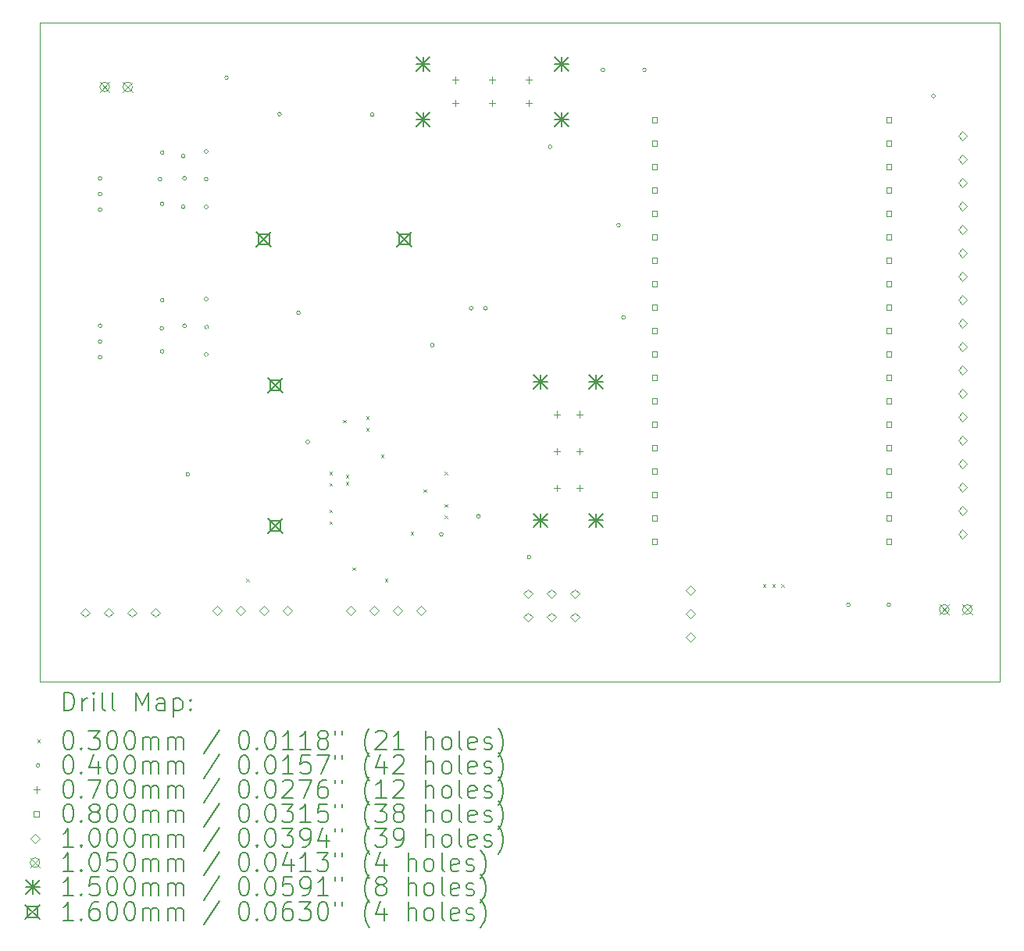
<source format=gbr>
%TF.GenerationSoftware,KiCad,Pcbnew,8.0.8*%
%TF.CreationDate,2025-02-10T18:34:36-05:00*%
%TF.ProjectId,draft,64726166-742e-46b6-9963-61645f706362,rev?*%
%TF.SameCoordinates,Original*%
%TF.FileFunction,Drillmap*%
%TF.FilePolarity,Positive*%
%FSLAX45Y45*%
G04 Gerber Fmt 4.5, Leading zero omitted, Abs format (unit mm)*
G04 Created by KiCad (PCBNEW 8.0.8) date 2025-02-10 18:34:36*
%MOMM*%
%LPD*%
G01*
G04 APERTURE LIST*
%ADD10C,0.050000*%
%ADD11C,0.200000*%
%ADD12C,0.100000*%
%ADD13C,0.105000*%
%ADD14C,0.150000*%
%ADD15C,0.160000*%
G04 APERTURE END LIST*
D10*
X10550000Y-4750000D02*
X20950000Y-4750000D01*
X20950000Y-11900000D01*
X10550000Y-11900000D01*
X10550000Y-4750000D01*
D11*
D12*
X12785000Y-10785000D02*
X12815000Y-10815000D01*
X12815000Y-10785000D02*
X12785000Y-10815000D01*
X13685000Y-9622770D02*
X13715000Y-9652770D01*
X13715000Y-9622770D02*
X13685000Y-9652770D01*
X13685000Y-9747230D02*
X13715000Y-9777230D01*
X13715000Y-9747230D02*
X13685000Y-9777230D01*
X13685000Y-10035000D02*
X13715000Y-10065000D01*
X13715000Y-10035000D02*
X13685000Y-10065000D01*
X13685000Y-10159460D02*
X13715000Y-10189460D01*
X13715000Y-10159460D02*
X13685000Y-10189460D01*
X13835000Y-9060070D02*
X13865000Y-9090070D01*
X13865000Y-9060070D02*
X13835000Y-9090070D01*
X13865080Y-9654920D02*
X13895080Y-9684920D01*
X13895080Y-9654920D02*
X13865080Y-9684920D01*
X13865080Y-9734920D02*
X13895080Y-9764920D01*
X13895080Y-9734920D02*
X13865080Y-9764920D01*
X13935000Y-10660070D02*
X13965000Y-10690070D01*
X13965000Y-10660070D02*
X13935000Y-10690070D01*
X14085000Y-9022770D02*
X14115000Y-9052770D01*
X14115000Y-9022770D02*
X14085000Y-9052770D01*
X14085000Y-9147230D02*
X14115000Y-9177230D01*
X14115000Y-9147230D02*
X14085000Y-9177230D01*
X14245000Y-9435000D02*
X14275000Y-9465000D01*
X14275000Y-9435000D02*
X14245000Y-9465000D01*
X14285000Y-10785000D02*
X14315000Y-10815000D01*
X14315000Y-10785000D02*
X14285000Y-10815000D01*
X14565000Y-10274840D02*
X14595000Y-10304840D01*
X14595000Y-10274840D02*
X14565000Y-10304840D01*
X14704920Y-9814920D02*
X14734920Y-9844920D01*
X14734920Y-9814920D02*
X14704920Y-9844920D01*
X14935000Y-9622770D02*
X14965000Y-9652770D01*
X14965000Y-9622770D02*
X14935000Y-9652770D01*
X14935000Y-9972770D02*
X14965000Y-10002770D01*
X14965000Y-9972770D02*
X14935000Y-10002770D01*
X14935000Y-10097230D02*
X14965000Y-10127230D01*
X14965000Y-10097230D02*
X14935000Y-10127230D01*
X18385000Y-10841150D02*
X18415000Y-10871150D01*
X18415000Y-10841150D02*
X18385000Y-10871150D01*
X18485000Y-10841150D02*
X18515000Y-10871150D01*
X18515000Y-10841150D02*
X18485000Y-10871150D01*
X18585000Y-10841150D02*
X18615000Y-10871150D01*
X18615000Y-10841150D02*
X18585000Y-10871150D01*
X11220000Y-6440000D02*
G75*
G02*
X11180000Y-6440000I-20000J0D01*
G01*
X11180000Y-6440000D02*
G75*
G02*
X11220000Y-6440000I20000J0D01*
G01*
X11220000Y-6610000D02*
G75*
G02*
X11180000Y-6610000I-20000J0D01*
G01*
X11180000Y-6610000D02*
G75*
G02*
X11220000Y-6610000I20000J0D01*
G01*
X11220000Y-6780000D02*
G75*
G02*
X11180000Y-6780000I-20000J0D01*
G01*
X11180000Y-6780000D02*
G75*
G02*
X11220000Y-6780000I20000J0D01*
G01*
X11220000Y-8040000D02*
G75*
G02*
X11180000Y-8040000I-20000J0D01*
G01*
X11180000Y-8040000D02*
G75*
G02*
X11220000Y-8040000I20000J0D01*
G01*
X11220000Y-8210000D02*
G75*
G02*
X11180000Y-8210000I-20000J0D01*
G01*
X11180000Y-8210000D02*
G75*
G02*
X11220000Y-8210000I20000J0D01*
G01*
X11220000Y-8380000D02*
G75*
G02*
X11180000Y-8380000I-20000J0D01*
G01*
X11180000Y-8380000D02*
G75*
G02*
X11220000Y-8380000I20000J0D01*
G01*
X11870000Y-6450000D02*
G75*
G02*
X11830000Y-6450000I-20000J0D01*
G01*
X11830000Y-6450000D02*
G75*
G02*
X11870000Y-6450000I20000J0D01*
G01*
X11889503Y-8066680D02*
G75*
G02*
X11849503Y-8066680I-20000J0D01*
G01*
X11849503Y-8066680D02*
G75*
G02*
X11889503Y-8066680I20000J0D01*
G01*
X11892500Y-6162500D02*
G75*
G02*
X11852500Y-6162500I-20000J0D01*
G01*
X11852500Y-6162500D02*
G75*
G02*
X11892500Y-6162500I20000J0D01*
G01*
X11892500Y-6717500D02*
G75*
G02*
X11852500Y-6717500I-20000J0D01*
G01*
X11852500Y-6717500D02*
G75*
G02*
X11892500Y-6717500I20000J0D01*
G01*
X11892500Y-7762500D02*
G75*
G02*
X11852500Y-7762500I-20000J0D01*
G01*
X11852500Y-7762500D02*
G75*
G02*
X11892500Y-7762500I20000J0D01*
G01*
X11892500Y-8317500D02*
G75*
G02*
X11852500Y-8317500I-20000J0D01*
G01*
X11852500Y-8317500D02*
G75*
G02*
X11892500Y-8317500I20000J0D01*
G01*
X12120000Y-6200000D02*
G75*
G02*
X12080000Y-6200000I-20000J0D01*
G01*
X12080000Y-6200000D02*
G75*
G02*
X12120000Y-6200000I20000J0D01*
G01*
X12120000Y-6750000D02*
G75*
G02*
X12080000Y-6750000I-20000J0D01*
G01*
X12080000Y-6750000D02*
G75*
G02*
X12120000Y-6750000I20000J0D01*
G01*
X12135000Y-6440000D02*
G75*
G02*
X12095000Y-6440000I-20000J0D01*
G01*
X12095000Y-6440000D02*
G75*
G02*
X12135000Y-6440000I20000J0D01*
G01*
X12135000Y-8040000D02*
G75*
G02*
X12095000Y-8040000I-20000J0D01*
G01*
X12095000Y-8040000D02*
G75*
G02*
X12135000Y-8040000I20000J0D01*
G01*
X12170000Y-9650000D02*
G75*
G02*
X12130000Y-9650000I-20000J0D01*
G01*
X12130000Y-9650000D02*
G75*
G02*
X12170000Y-9650000I20000J0D01*
G01*
X12370000Y-6150000D02*
G75*
G02*
X12330000Y-6150000I-20000J0D01*
G01*
X12330000Y-6150000D02*
G75*
G02*
X12370000Y-6150000I20000J0D01*
G01*
X12370000Y-6450000D02*
G75*
G02*
X12330000Y-6450000I-20000J0D01*
G01*
X12330000Y-6450000D02*
G75*
G02*
X12370000Y-6450000I20000J0D01*
G01*
X12370000Y-6750000D02*
G75*
G02*
X12330000Y-6750000I-20000J0D01*
G01*
X12330000Y-6750000D02*
G75*
G02*
X12370000Y-6750000I20000J0D01*
G01*
X12370000Y-7750000D02*
G75*
G02*
X12330000Y-7750000I-20000J0D01*
G01*
X12330000Y-7750000D02*
G75*
G02*
X12370000Y-7750000I20000J0D01*
G01*
X12370000Y-8350000D02*
G75*
G02*
X12330000Y-8350000I-20000J0D01*
G01*
X12330000Y-8350000D02*
G75*
G02*
X12370000Y-8350000I20000J0D01*
G01*
X12375712Y-8054585D02*
G75*
G02*
X12335712Y-8054585I-20000J0D01*
G01*
X12335712Y-8054585D02*
G75*
G02*
X12375712Y-8054585I20000J0D01*
G01*
X12590000Y-5350000D02*
G75*
G02*
X12550000Y-5350000I-20000J0D01*
G01*
X12550000Y-5350000D02*
G75*
G02*
X12590000Y-5350000I20000J0D01*
G01*
X13165000Y-5745000D02*
G75*
G02*
X13125000Y-5745000I-20000J0D01*
G01*
X13125000Y-5745000D02*
G75*
G02*
X13165000Y-5745000I20000J0D01*
G01*
X13370000Y-7900000D02*
G75*
G02*
X13330000Y-7900000I-20000J0D01*
G01*
X13330000Y-7900000D02*
G75*
G02*
X13370000Y-7900000I20000J0D01*
G01*
X13470000Y-9300000D02*
G75*
G02*
X13430000Y-9300000I-20000J0D01*
G01*
X13430000Y-9300000D02*
G75*
G02*
X13470000Y-9300000I20000J0D01*
G01*
X14170000Y-5750000D02*
G75*
G02*
X14130000Y-5750000I-20000J0D01*
G01*
X14130000Y-5750000D02*
G75*
G02*
X14170000Y-5750000I20000J0D01*
G01*
X14820000Y-8250000D02*
G75*
G02*
X14780000Y-8250000I-20000J0D01*
G01*
X14780000Y-8250000D02*
G75*
G02*
X14820000Y-8250000I20000J0D01*
G01*
X14918885Y-10301115D02*
G75*
G02*
X14878885Y-10301115I-20000J0D01*
G01*
X14878885Y-10301115D02*
G75*
G02*
X14918885Y-10301115I20000J0D01*
G01*
X15242530Y-7850000D02*
G75*
G02*
X15202530Y-7850000I-20000J0D01*
G01*
X15202530Y-7850000D02*
G75*
G02*
X15242530Y-7850000I20000J0D01*
G01*
X15320000Y-10105000D02*
G75*
G02*
X15280000Y-10105000I-20000J0D01*
G01*
X15280000Y-10105000D02*
G75*
G02*
X15320000Y-10105000I20000J0D01*
G01*
X15397470Y-7850000D02*
G75*
G02*
X15357470Y-7850000I-20000J0D01*
G01*
X15357470Y-7850000D02*
G75*
G02*
X15397470Y-7850000I20000J0D01*
G01*
X15870000Y-10550000D02*
G75*
G02*
X15830000Y-10550000I-20000J0D01*
G01*
X15830000Y-10550000D02*
G75*
G02*
X15870000Y-10550000I20000J0D01*
G01*
X16097470Y-6100000D02*
G75*
G02*
X16057470Y-6100000I-20000J0D01*
G01*
X16057470Y-6100000D02*
G75*
G02*
X16097470Y-6100000I20000J0D01*
G01*
X16670000Y-5266000D02*
G75*
G02*
X16630000Y-5266000I-20000J0D01*
G01*
X16630000Y-5266000D02*
G75*
G02*
X16670000Y-5266000I20000J0D01*
G01*
X16840240Y-6950000D02*
G75*
G02*
X16800240Y-6950000I-20000J0D01*
G01*
X16800240Y-6950000D02*
G75*
G02*
X16840240Y-6950000I20000J0D01*
G01*
X16892500Y-7950000D02*
G75*
G02*
X16852500Y-7950000I-20000J0D01*
G01*
X16852500Y-7950000D02*
G75*
G02*
X16892500Y-7950000I20000J0D01*
G01*
X17120000Y-5266000D02*
G75*
G02*
X17080000Y-5266000I-20000J0D01*
G01*
X17080000Y-5266000D02*
G75*
G02*
X17120000Y-5266000I20000J0D01*
G01*
X19330000Y-11066000D02*
G75*
G02*
X19290000Y-11066000I-20000J0D01*
G01*
X19290000Y-11066000D02*
G75*
G02*
X19330000Y-11066000I20000J0D01*
G01*
X19770000Y-11066000D02*
G75*
G02*
X19730000Y-11066000I-20000J0D01*
G01*
X19730000Y-11066000D02*
G75*
G02*
X19770000Y-11066000I20000J0D01*
G01*
X20252500Y-5550000D02*
G75*
G02*
X20212500Y-5550000I-20000J0D01*
G01*
X20212500Y-5550000D02*
G75*
G02*
X20252500Y-5550000I20000J0D01*
G01*
X15050000Y-5340000D02*
X15050000Y-5410000D01*
X15015000Y-5375000D02*
X15085000Y-5375000D01*
X15050000Y-5590000D02*
X15050000Y-5660000D01*
X15015000Y-5625000D02*
X15085000Y-5625000D01*
X15450000Y-5340000D02*
X15450000Y-5410000D01*
X15415000Y-5375000D02*
X15485000Y-5375000D01*
X15450000Y-5590000D02*
X15450000Y-5660000D01*
X15415000Y-5625000D02*
X15485000Y-5625000D01*
X15850000Y-5340000D02*
X15850000Y-5410000D01*
X15815000Y-5375000D02*
X15885000Y-5375000D01*
X15850000Y-5590000D02*
X15850000Y-5660000D01*
X15815000Y-5625000D02*
X15885000Y-5625000D01*
X16150000Y-8965000D02*
X16150000Y-9035000D01*
X16115000Y-9000000D02*
X16185000Y-9000000D01*
X16150000Y-9365000D02*
X16150000Y-9435000D01*
X16115000Y-9400000D02*
X16185000Y-9400000D01*
X16150000Y-9765000D02*
X16150000Y-9835000D01*
X16115000Y-9800000D02*
X16185000Y-9800000D01*
X16400000Y-8965000D02*
X16400000Y-9035000D01*
X16365000Y-9000000D02*
X16435000Y-9000000D01*
X16400000Y-9365000D02*
X16400000Y-9435000D01*
X16365000Y-9400000D02*
X16435000Y-9400000D01*
X16400000Y-9765000D02*
X16400000Y-9835000D01*
X16365000Y-9800000D02*
X16435000Y-9800000D01*
X17238285Y-5834284D02*
X17238285Y-5777715D01*
X17181716Y-5777715D01*
X17181716Y-5834284D01*
X17238285Y-5834284D01*
X17238285Y-6088284D02*
X17238285Y-6031715D01*
X17181716Y-6031715D01*
X17181716Y-6088284D01*
X17238285Y-6088284D01*
X17238285Y-6342284D02*
X17238285Y-6285715D01*
X17181716Y-6285715D01*
X17181716Y-6342284D01*
X17238285Y-6342284D01*
X17238285Y-6596284D02*
X17238285Y-6539715D01*
X17181716Y-6539715D01*
X17181716Y-6596284D01*
X17238285Y-6596284D01*
X17238285Y-6850284D02*
X17238285Y-6793715D01*
X17181716Y-6793715D01*
X17181716Y-6850284D01*
X17238285Y-6850284D01*
X17238285Y-7104284D02*
X17238285Y-7047715D01*
X17181716Y-7047715D01*
X17181716Y-7104284D01*
X17238285Y-7104284D01*
X17238285Y-7358284D02*
X17238285Y-7301715D01*
X17181716Y-7301715D01*
X17181716Y-7358284D01*
X17238285Y-7358284D01*
X17238285Y-7612284D02*
X17238285Y-7555715D01*
X17181716Y-7555715D01*
X17181716Y-7612284D01*
X17238285Y-7612284D01*
X17238285Y-7866284D02*
X17238285Y-7809715D01*
X17181716Y-7809715D01*
X17181716Y-7866284D01*
X17238285Y-7866284D01*
X17238285Y-8120284D02*
X17238285Y-8063715D01*
X17181716Y-8063715D01*
X17181716Y-8120284D01*
X17238285Y-8120284D01*
X17238285Y-8374284D02*
X17238285Y-8317715D01*
X17181716Y-8317715D01*
X17181716Y-8374284D01*
X17238285Y-8374284D01*
X17238285Y-8628285D02*
X17238285Y-8571716D01*
X17181716Y-8571716D01*
X17181716Y-8628285D01*
X17238285Y-8628285D01*
X17238285Y-8882285D02*
X17238285Y-8825716D01*
X17181716Y-8825716D01*
X17181716Y-8882285D01*
X17238285Y-8882285D01*
X17238285Y-9136285D02*
X17238285Y-9079716D01*
X17181716Y-9079716D01*
X17181716Y-9136285D01*
X17238285Y-9136285D01*
X17238285Y-9390285D02*
X17238285Y-9333716D01*
X17181716Y-9333716D01*
X17181716Y-9390285D01*
X17238285Y-9390285D01*
X17238285Y-9644285D02*
X17238285Y-9587716D01*
X17181716Y-9587716D01*
X17181716Y-9644285D01*
X17238285Y-9644285D01*
X17238285Y-9898285D02*
X17238285Y-9841716D01*
X17181716Y-9841716D01*
X17181716Y-9898285D01*
X17238285Y-9898285D01*
X17238285Y-10152285D02*
X17238285Y-10095716D01*
X17181716Y-10095716D01*
X17181716Y-10152285D01*
X17238285Y-10152285D01*
X17238285Y-10406285D02*
X17238285Y-10349716D01*
X17181716Y-10349716D01*
X17181716Y-10406285D01*
X17238285Y-10406285D01*
X19777917Y-10152013D02*
X19777917Y-10095444D01*
X19721348Y-10095444D01*
X19721348Y-10152013D01*
X19777917Y-10152013D01*
X19777917Y-10406013D02*
X19777917Y-10349444D01*
X19721348Y-10349444D01*
X19721348Y-10406013D01*
X19777917Y-10406013D01*
X19778285Y-5834284D02*
X19778285Y-5777715D01*
X19721716Y-5777715D01*
X19721716Y-5834284D01*
X19778285Y-5834284D01*
X19778285Y-6088284D02*
X19778285Y-6031715D01*
X19721716Y-6031715D01*
X19721716Y-6088284D01*
X19778285Y-6088284D01*
X19778285Y-6342284D02*
X19778285Y-6285715D01*
X19721716Y-6285715D01*
X19721716Y-6342284D01*
X19778285Y-6342284D01*
X19778285Y-6596284D02*
X19778285Y-6539715D01*
X19721716Y-6539715D01*
X19721716Y-6596284D01*
X19778285Y-6596284D01*
X19778285Y-6850284D02*
X19778285Y-6793715D01*
X19721716Y-6793715D01*
X19721716Y-6850284D01*
X19778285Y-6850284D01*
X19778285Y-7104284D02*
X19778285Y-7047715D01*
X19721716Y-7047715D01*
X19721716Y-7104284D01*
X19778285Y-7104284D01*
X19778285Y-7358284D02*
X19778285Y-7301715D01*
X19721716Y-7301715D01*
X19721716Y-7358284D01*
X19778285Y-7358284D01*
X19778285Y-7612284D02*
X19778285Y-7555715D01*
X19721716Y-7555715D01*
X19721716Y-7612284D01*
X19778285Y-7612284D01*
X19778285Y-7866284D02*
X19778285Y-7809715D01*
X19721716Y-7809715D01*
X19721716Y-7866284D01*
X19778285Y-7866284D01*
X19778285Y-8120284D02*
X19778285Y-8063715D01*
X19721716Y-8063715D01*
X19721716Y-8120284D01*
X19778285Y-8120284D01*
X19778285Y-8374284D02*
X19778285Y-8317715D01*
X19721716Y-8317715D01*
X19721716Y-8374284D01*
X19778285Y-8374284D01*
X19778285Y-8628285D02*
X19778285Y-8571716D01*
X19721716Y-8571716D01*
X19721716Y-8628285D01*
X19778285Y-8628285D01*
X19778285Y-8882285D02*
X19778285Y-8825716D01*
X19721716Y-8825716D01*
X19721716Y-8882285D01*
X19778285Y-8882285D01*
X19778285Y-9136285D02*
X19778285Y-9079716D01*
X19721716Y-9079716D01*
X19721716Y-9136285D01*
X19778285Y-9136285D01*
X19778285Y-9390285D02*
X19778285Y-9333716D01*
X19721716Y-9333716D01*
X19721716Y-9390285D01*
X19778285Y-9390285D01*
X19778285Y-9644285D02*
X19778285Y-9587716D01*
X19721716Y-9587716D01*
X19721716Y-9644285D01*
X19778285Y-9644285D01*
X19778285Y-9898285D02*
X19778285Y-9841716D01*
X19721716Y-9841716D01*
X19721716Y-9898285D01*
X19778285Y-9898285D01*
X11038000Y-11200000D02*
X11088000Y-11150000D01*
X11038000Y-11100000D01*
X10988000Y-11150000D01*
X11038000Y-11200000D01*
X11292000Y-11200000D02*
X11342000Y-11150000D01*
X11292000Y-11100000D01*
X11242000Y-11150000D01*
X11292000Y-11200000D01*
X11546000Y-11200000D02*
X11596000Y-11150000D01*
X11546000Y-11100000D01*
X11496000Y-11150000D01*
X11546000Y-11200000D01*
X11800000Y-11200000D02*
X11850000Y-11150000D01*
X11800000Y-11100000D01*
X11750000Y-11150000D01*
X11800000Y-11200000D01*
X12470000Y-11175070D02*
X12520000Y-11125070D01*
X12470000Y-11075070D01*
X12420000Y-11125070D01*
X12470000Y-11175070D01*
X12724000Y-11175070D02*
X12774000Y-11125070D01*
X12724000Y-11075070D01*
X12674000Y-11125070D01*
X12724000Y-11175070D01*
X12978000Y-11175070D02*
X13028000Y-11125070D01*
X12978000Y-11075070D01*
X12928000Y-11125070D01*
X12978000Y-11175070D01*
X13232000Y-11175070D02*
X13282000Y-11125070D01*
X13232000Y-11075070D01*
X13182000Y-11125070D01*
X13232000Y-11175070D01*
X13920000Y-11175070D02*
X13970000Y-11125070D01*
X13920000Y-11075070D01*
X13870000Y-11125070D01*
X13920000Y-11175070D01*
X14174000Y-11175070D02*
X14224000Y-11125070D01*
X14174000Y-11075070D01*
X14124000Y-11125070D01*
X14174000Y-11175070D01*
X14428000Y-11175070D02*
X14478000Y-11125070D01*
X14428000Y-11075070D01*
X14378000Y-11125070D01*
X14428000Y-11175070D01*
X14682000Y-11175070D02*
X14732000Y-11125070D01*
X14682000Y-11075070D01*
X14632000Y-11125070D01*
X14682000Y-11175070D01*
X15842000Y-10996000D02*
X15892000Y-10946000D01*
X15842000Y-10896000D01*
X15792000Y-10946000D01*
X15842000Y-10996000D01*
X15842000Y-11250000D02*
X15892000Y-11200000D01*
X15842000Y-11150000D01*
X15792000Y-11200000D01*
X15842000Y-11250000D01*
X16096000Y-10996000D02*
X16146000Y-10946000D01*
X16096000Y-10896000D01*
X16046000Y-10946000D01*
X16096000Y-10996000D01*
X16096000Y-11250000D02*
X16146000Y-11200000D01*
X16096000Y-11150000D01*
X16046000Y-11200000D01*
X16096000Y-11250000D01*
X16350000Y-10996000D02*
X16400000Y-10946000D01*
X16350000Y-10896000D01*
X16300000Y-10946000D01*
X16350000Y-10996000D01*
X16350000Y-11250000D02*
X16400000Y-11200000D01*
X16350000Y-11150000D01*
X16300000Y-11200000D01*
X16350000Y-11250000D01*
X17600000Y-10958000D02*
X17650000Y-10908000D01*
X17600000Y-10858000D01*
X17550000Y-10908000D01*
X17600000Y-10958000D01*
X17600000Y-11212000D02*
X17650000Y-11162000D01*
X17600000Y-11112000D01*
X17550000Y-11162000D01*
X17600000Y-11212000D01*
X17600000Y-11466000D02*
X17650000Y-11416000D01*
X17600000Y-11366000D01*
X17550000Y-11416000D01*
X17600000Y-11466000D01*
X20550000Y-6030000D02*
X20600000Y-5980000D01*
X20550000Y-5930000D01*
X20500000Y-5980000D01*
X20550000Y-6030000D01*
X20550000Y-6284000D02*
X20600000Y-6234000D01*
X20550000Y-6184000D01*
X20500000Y-6234000D01*
X20550000Y-6284000D01*
X20550000Y-6538000D02*
X20600000Y-6488000D01*
X20550000Y-6438000D01*
X20500000Y-6488000D01*
X20550000Y-6538000D01*
X20550000Y-6792000D02*
X20600000Y-6742000D01*
X20550000Y-6692000D01*
X20500000Y-6742000D01*
X20550000Y-6792000D01*
X20550000Y-7046000D02*
X20600000Y-6996000D01*
X20550000Y-6946000D01*
X20500000Y-6996000D01*
X20550000Y-7046000D01*
X20550000Y-7300000D02*
X20600000Y-7250000D01*
X20550000Y-7200000D01*
X20500000Y-7250000D01*
X20550000Y-7300000D01*
X20550000Y-7554000D02*
X20600000Y-7504000D01*
X20550000Y-7454000D01*
X20500000Y-7504000D01*
X20550000Y-7554000D01*
X20550000Y-7808000D02*
X20600000Y-7758000D01*
X20550000Y-7708000D01*
X20500000Y-7758000D01*
X20550000Y-7808000D01*
X20550000Y-8062000D02*
X20600000Y-8012000D01*
X20550000Y-7962000D01*
X20500000Y-8012000D01*
X20550000Y-8062000D01*
X20550000Y-8316000D02*
X20600000Y-8266000D01*
X20550000Y-8216000D01*
X20500000Y-8266000D01*
X20550000Y-8316000D01*
X20550000Y-8570000D02*
X20600000Y-8520000D01*
X20550000Y-8470000D01*
X20500000Y-8520000D01*
X20550000Y-8570000D01*
X20550000Y-8824000D02*
X20600000Y-8774000D01*
X20550000Y-8724000D01*
X20500000Y-8774000D01*
X20550000Y-8824000D01*
X20550000Y-9078000D02*
X20600000Y-9028000D01*
X20550000Y-8978000D01*
X20500000Y-9028000D01*
X20550000Y-9078000D01*
X20550000Y-9332000D02*
X20600000Y-9282000D01*
X20550000Y-9232000D01*
X20500000Y-9282000D01*
X20550000Y-9332000D01*
X20550000Y-9586000D02*
X20600000Y-9536000D01*
X20550000Y-9486000D01*
X20500000Y-9536000D01*
X20550000Y-9586000D01*
X20550000Y-9840000D02*
X20600000Y-9790000D01*
X20550000Y-9740000D01*
X20500000Y-9790000D01*
X20550000Y-9840000D01*
X20550000Y-10094000D02*
X20600000Y-10044000D01*
X20550000Y-9994000D01*
X20500000Y-10044000D01*
X20550000Y-10094000D01*
X20550000Y-10348000D02*
X20600000Y-10298000D01*
X20550000Y-10248000D01*
X20500000Y-10298000D01*
X20550000Y-10348000D01*
D13*
X11197500Y-5397500D02*
X11302500Y-5502500D01*
X11302500Y-5397500D02*
X11197500Y-5502500D01*
X11302500Y-5450000D02*
G75*
G02*
X11197500Y-5450000I-52500J0D01*
G01*
X11197500Y-5450000D02*
G75*
G02*
X11302500Y-5450000I52500J0D01*
G01*
X11447500Y-5397500D02*
X11552500Y-5502500D01*
X11552500Y-5397500D02*
X11447500Y-5502500D01*
X11552500Y-5450000D02*
G75*
G02*
X11447500Y-5450000I-52500J0D01*
G01*
X11447500Y-5450000D02*
G75*
G02*
X11552500Y-5450000I52500J0D01*
G01*
X20297500Y-11063500D02*
X20402500Y-11168500D01*
X20402500Y-11063500D02*
X20297500Y-11168500D01*
X20402500Y-11116000D02*
G75*
G02*
X20297500Y-11116000I-52500J0D01*
G01*
X20297500Y-11116000D02*
G75*
G02*
X20402500Y-11116000I52500J0D01*
G01*
X20547500Y-11063500D02*
X20652500Y-11168500D01*
X20652500Y-11063500D02*
X20547500Y-11168500D01*
X20652500Y-11116000D02*
G75*
G02*
X20547500Y-11116000I-52500J0D01*
G01*
X20547500Y-11116000D02*
G75*
G02*
X20652500Y-11116000I52500J0D01*
G01*
D14*
X14625000Y-5125000D02*
X14775000Y-5275000D01*
X14775000Y-5125000D02*
X14625000Y-5275000D01*
X14700000Y-5125000D02*
X14700000Y-5275000D01*
X14625000Y-5200000D02*
X14775000Y-5200000D01*
X14625000Y-5725000D02*
X14775000Y-5875000D01*
X14775000Y-5725000D02*
X14625000Y-5875000D01*
X14700000Y-5725000D02*
X14700000Y-5875000D01*
X14625000Y-5800000D02*
X14775000Y-5800000D01*
X15900000Y-8575000D02*
X16050000Y-8725000D01*
X16050000Y-8575000D02*
X15900000Y-8725000D01*
X15975000Y-8575000D02*
X15975000Y-8725000D01*
X15900000Y-8650000D02*
X16050000Y-8650000D01*
X15900000Y-10075000D02*
X16050000Y-10225000D01*
X16050000Y-10075000D02*
X15900000Y-10225000D01*
X15975000Y-10075000D02*
X15975000Y-10225000D01*
X15900000Y-10150000D02*
X16050000Y-10150000D01*
X16125000Y-5125000D02*
X16275000Y-5275000D01*
X16275000Y-5125000D02*
X16125000Y-5275000D01*
X16200000Y-5125000D02*
X16200000Y-5275000D01*
X16125000Y-5200000D02*
X16275000Y-5200000D01*
X16125000Y-5725000D02*
X16275000Y-5875000D01*
X16275000Y-5725000D02*
X16125000Y-5875000D01*
X16200000Y-5725000D02*
X16200000Y-5875000D01*
X16125000Y-5800000D02*
X16275000Y-5800000D01*
X16500000Y-8575000D02*
X16650000Y-8725000D01*
X16650000Y-8575000D02*
X16500000Y-8725000D01*
X16575000Y-8575000D02*
X16575000Y-8725000D01*
X16500000Y-8650000D02*
X16650000Y-8650000D01*
X16500000Y-10075000D02*
X16650000Y-10225000D01*
X16650000Y-10075000D02*
X16500000Y-10225000D01*
X16575000Y-10075000D02*
X16575000Y-10225000D01*
X16500000Y-10150000D02*
X16650000Y-10150000D01*
D15*
X12896000Y-7020000D02*
X13056000Y-7180000D01*
X13056000Y-7020000D02*
X12896000Y-7180000D01*
X13032569Y-7156569D02*
X13032569Y-7043431D01*
X12919431Y-7043431D01*
X12919431Y-7156569D01*
X13032569Y-7156569D01*
X13020000Y-8608000D02*
X13180000Y-8768000D01*
X13180000Y-8608000D02*
X13020000Y-8768000D01*
X13156569Y-8744569D02*
X13156569Y-8631431D01*
X13043431Y-8631431D01*
X13043431Y-8744569D01*
X13156569Y-8744569D01*
X13020000Y-10132000D02*
X13180000Y-10292000D01*
X13180000Y-10132000D02*
X13020000Y-10292000D01*
X13156569Y-10268569D02*
X13156569Y-10155431D01*
X13043431Y-10155431D01*
X13043431Y-10268569D01*
X13156569Y-10268569D01*
X14420000Y-7020000D02*
X14580000Y-7180000D01*
X14580000Y-7020000D02*
X14420000Y-7180000D01*
X14556569Y-7156569D02*
X14556569Y-7043431D01*
X14443431Y-7043431D01*
X14443431Y-7156569D01*
X14556569Y-7156569D01*
D11*
X10808277Y-12213984D02*
X10808277Y-12013984D01*
X10808277Y-12013984D02*
X10855896Y-12013984D01*
X10855896Y-12013984D02*
X10884467Y-12023508D01*
X10884467Y-12023508D02*
X10903515Y-12042555D01*
X10903515Y-12042555D02*
X10913039Y-12061603D01*
X10913039Y-12061603D02*
X10922563Y-12099698D01*
X10922563Y-12099698D02*
X10922563Y-12128269D01*
X10922563Y-12128269D02*
X10913039Y-12166365D01*
X10913039Y-12166365D02*
X10903515Y-12185412D01*
X10903515Y-12185412D02*
X10884467Y-12204460D01*
X10884467Y-12204460D02*
X10855896Y-12213984D01*
X10855896Y-12213984D02*
X10808277Y-12213984D01*
X11008277Y-12213984D02*
X11008277Y-12080650D01*
X11008277Y-12118746D02*
X11017801Y-12099698D01*
X11017801Y-12099698D02*
X11027324Y-12090174D01*
X11027324Y-12090174D02*
X11046372Y-12080650D01*
X11046372Y-12080650D02*
X11065420Y-12080650D01*
X11132086Y-12213984D02*
X11132086Y-12080650D01*
X11132086Y-12013984D02*
X11122563Y-12023508D01*
X11122563Y-12023508D02*
X11132086Y-12033031D01*
X11132086Y-12033031D02*
X11141610Y-12023508D01*
X11141610Y-12023508D02*
X11132086Y-12013984D01*
X11132086Y-12013984D02*
X11132086Y-12033031D01*
X11255896Y-12213984D02*
X11236848Y-12204460D01*
X11236848Y-12204460D02*
X11227324Y-12185412D01*
X11227324Y-12185412D02*
X11227324Y-12013984D01*
X11360658Y-12213984D02*
X11341610Y-12204460D01*
X11341610Y-12204460D02*
X11332086Y-12185412D01*
X11332086Y-12185412D02*
X11332086Y-12013984D01*
X11589229Y-12213984D02*
X11589229Y-12013984D01*
X11589229Y-12013984D02*
X11655896Y-12156841D01*
X11655896Y-12156841D02*
X11722562Y-12013984D01*
X11722562Y-12013984D02*
X11722562Y-12213984D01*
X11903515Y-12213984D02*
X11903515Y-12109222D01*
X11903515Y-12109222D02*
X11893991Y-12090174D01*
X11893991Y-12090174D02*
X11874943Y-12080650D01*
X11874943Y-12080650D02*
X11836848Y-12080650D01*
X11836848Y-12080650D02*
X11817801Y-12090174D01*
X11903515Y-12204460D02*
X11884467Y-12213984D01*
X11884467Y-12213984D02*
X11836848Y-12213984D01*
X11836848Y-12213984D02*
X11817801Y-12204460D01*
X11817801Y-12204460D02*
X11808277Y-12185412D01*
X11808277Y-12185412D02*
X11808277Y-12166365D01*
X11808277Y-12166365D02*
X11817801Y-12147317D01*
X11817801Y-12147317D02*
X11836848Y-12137793D01*
X11836848Y-12137793D02*
X11884467Y-12137793D01*
X11884467Y-12137793D02*
X11903515Y-12128269D01*
X11998753Y-12080650D02*
X11998753Y-12280650D01*
X11998753Y-12090174D02*
X12017801Y-12080650D01*
X12017801Y-12080650D02*
X12055896Y-12080650D01*
X12055896Y-12080650D02*
X12074943Y-12090174D01*
X12074943Y-12090174D02*
X12084467Y-12099698D01*
X12084467Y-12099698D02*
X12093991Y-12118746D01*
X12093991Y-12118746D02*
X12093991Y-12175888D01*
X12093991Y-12175888D02*
X12084467Y-12194936D01*
X12084467Y-12194936D02*
X12074943Y-12204460D01*
X12074943Y-12204460D02*
X12055896Y-12213984D01*
X12055896Y-12213984D02*
X12017801Y-12213984D01*
X12017801Y-12213984D02*
X11998753Y-12204460D01*
X12179705Y-12194936D02*
X12189229Y-12204460D01*
X12189229Y-12204460D02*
X12179705Y-12213984D01*
X12179705Y-12213984D02*
X12170182Y-12204460D01*
X12170182Y-12204460D02*
X12179705Y-12194936D01*
X12179705Y-12194936D02*
X12179705Y-12213984D01*
X12179705Y-12090174D02*
X12189229Y-12099698D01*
X12189229Y-12099698D02*
X12179705Y-12109222D01*
X12179705Y-12109222D02*
X12170182Y-12099698D01*
X12170182Y-12099698D02*
X12179705Y-12090174D01*
X12179705Y-12090174D02*
X12179705Y-12109222D01*
D12*
X10517500Y-12527500D02*
X10547500Y-12557500D01*
X10547500Y-12527500D02*
X10517500Y-12557500D01*
D11*
X10846372Y-12433984D02*
X10865420Y-12433984D01*
X10865420Y-12433984D02*
X10884467Y-12443508D01*
X10884467Y-12443508D02*
X10893991Y-12453031D01*
X10893991Y-12453031D02*
X10903515Y-12472079D01*
X10903515Y-12472079D02*
X10913039Y-12510174D01*
X10913039Y-12510174D02*
X10913039Y-12557793D01*
X10913039Y-12557793D02*
X10903515Y-12595888D01*
X10903515Y-12595888D02*
X10893991Y-12614936D01*
X10893991Y-12614936D02*
X10884467Y-12624460D01*
X10884467Y-12624460D02*
X10865420Y-12633984D01*
X10865420Y-12633984D02*
X10846372Y-12633984D01*
X10846372Y-12633984D02*
X10827324Y-12624460D01*
X10827324Y-12624460D02*
X10817801Y-12614936D01*
X10817801Y-12614936D02*
X10808277Y-12595888D01*
X10808277Y-12595888D02*
X10798753Y-12557793D01*
X10798753Y-12557793D02*
X10798753Y-12510174D01*
X10798753Y-12510174D02*
X10808277Y-12472079D01*
X10808277Y-12472079D02*
X10817801Y-12453031D01*
X10817801Y-12453031D02*
X10827324Y-12443508D01*
X10827324Y-12443508D02*
X10846372Y-12433984D01*
X10998753Y-12614936D02*
X11008277Y-12624460D01*
X11008277Y-12624460D02*
X10998753Y-12633984D01*
X10998753Y-12633984D02*
X10989229Y-12624460D01*
X10989229Y-12624460D02*
X10998753Y-12614936D01*
X10998753Y-12614936D02*
X10998753Y-12633984D01*
X11074944Y-12433984D02*
X11198753Y-12433984D01*
X11198753Y-12433984D02*
X11132086Y-12510174D01*
X11132086Y-12510174D02*
X11160658Y-12510174D01*
X11160658Y-12510174D02*
X11179705Y-12519698D01*
X11179705Y-12519698D02*
X11189229Y-12529222D01*
X11189229Y-12529222D02*
X11198753Y-12548269D01*
X11198753Y-12548269D02*
X11198753Y-12595888D01*
X11198753Y-12595888D02*
X11189229Y-12614936D01*
X11189229Y-12614936D02*
X11179705Y-12624460D01*
X11179705Y-12624460D02*
X11160658Y-12633984D01*
X11160658Y-12633984D02*
X11103515Y-12633984D01*
X11103515Y-12633984D02*
X11084467Y-12624460D01*
X11084467Y-12624460D02*
X11074944Y-12614936D01*
X11322562Y-12433984D02*
X11341610Y-12433984D01*
X11341610Y-12433984D02*
X11360658Y-12443508D01*
X11360658Y-12443508D02*
X11370182Y-12453031D01*
X11370182Y-12453031D02*
X11379705Y-12472079D01*
X11379705Y-12472079D02*
X11389229Y-12510174D01*
X11389229Y-12510174D02*
X11389229Y-12557793D01*
X11389229Y-12557793D02*
X11379705Y-12595888D01*
X11379705Y-12595888D02*
X11370182Y-12614936D01*
X11370182Y-12614936D02*
X11360658Y-12624460D01*
X11360658Y-12624460D02*
X11341610Y-12633984D01*
X11341610Y-12633984D02*
X11322562Y-12633984D01*
X11322562Y-12633984D02*
X11303515Y-12624460D01*
X11303515Y-12624460D02*
X11293991Y-12614936D01*
X11293991Y-12614936D02*
X11284467Y-12595888D01*
X11284467Y-12595888D02*
X11274943Y-12557793D01*
X11274943Y-12557793D02*
X11274943Y-12510174D01*
X11274943Y-12510174D02*
X11284467Y-12472079D01*
X11284467Y-12472079D02*
X11293991Y-12453031D01*
X11293991Y-12453031D02*
X11303515Y-12443508D01*
X11303515Y-12443508D02*
X11322562Y-12433984D01*
X11513039Y-12433984D02*
X11532086Y-12433984D01*
X11532086Y-12433984D02*
X11551134Y-12443508D01*
X11551134Y-12443508D02*
X11560658Y-12453031D01*
X11560658Y-12453031D02*
X11570182Y-12472079D01*
X11570182Y-12472079D02*
X11579705Y-12510174D01*
X11579705Y-12510174D02*
X11579705Y-12557793D01*
X11579705Y-12557793D02*
X11570182Y-12595888D01*
X11570182Y-12595888D02*
X11560658Y-12614936D01*
X11560658Y-12614936D02*
X11551134Y-12624460D01*
X11551134Y-12624460D02*
X11532086Y-12633984D01*
X11532086Y-12633984D02*
X11513039Y-12633984D01*
X11513039Y-12633984D02*
X11493991Y-12624460D01*
X11493991Y-12624460D02*
X11484467Y-12614936D01*
X11484467Y-12614936D02*
X11474943Y-12595888D01*
X11474943Y-12595888D02*
X11465420Y-12557793D01*
X11465420Y-12557793D02*
X11465420Y-12510174D01*
X11465420Y-12510174D02*
X11474943Y-12472079D01*
X11474943Y-12472079D02*
X11484467Y-12453031D01*
X11484467Y-12453031D02*
X11493991Y-12443508D01*
X11493991Y-12443508D02*
X11513039Y-12433984D01*
X11665420Y-12633984D02*
X11665420Y-12500650D01*
X11665420Y-12519698D02*
X11674943Y-12510174D01*
X11674943Y-12510174D02*
X11693991Y-12500650D01*
X11693991Y-12500650D02*
X11722563Y-12500650D01*
X11722563Y-12500650D02*
X11741610Y-12510174D01*
X11741610Y-12510174D02*
X11751134Y-12529222D01*
X11751134Y-12529222D02*
X11751134Y-12633984D01*
X11751134Y-12529222D02*
X11760658Y-12510174D01*
X11760658Y-12510174D02*
X11779705Y-12500650D01*
X11779705Y-12500650D02*
X11808277Y-12500650D01*
X11808277Y-12500650D02*
X11827324Y-12510174D01*
X11827324Y-12510174D02*
X11836848Y-12529222D01*
X11836848Y-12529222D02*
X11836848Y-12633984D01*
X11932086Y-12633984D02*
X11932086Y-12500650D01*
X11932086Y-12519698D02*
X11941610Y-12510174D01*
X11941610Y-12510174D02*
X11960658Y-12500650D01*
X11960658Y-12500650D02*
X11989229Y-12500650D01*
X11989229Y-12500650D02*
X12008277Y-12510174D01*
X12008277Y-12510174D02*
X12017801Y-12529222D01*
X12017801Y-12529222D02*
X12017801Y-12633984D01*
X12017801Y-12529222D02*
X12027324Y-12510174D01*
X12027324Y-12510174D02*
X12046372Y-12500650D01*
X12046372Y-12500650D02*
X12074943Y-12500650D01*
X12074943Y-12500650D02*
X12093991Y-12510174D01*
X12093991Y-12510174D02*
X12103515Y-12529222D01*
X12103515Y-12529222D02*
X12103515Y-12633984D01*
X12493991Y-12424460D02*
X12322563Y-12681603D01*
X12751134Y-12433984D02*
X12770182Y-12433984D01*
X12770182Y-12433984D02*
X12789229Y-12443508D01*
X12789229Y-12443508D02*
X12798753Y-12453031D01*
X12798753Y-12453031D02*
X12808277Y-12472079D01*
X12808277Y-12472079D02*
X12817801Y-12510174D01*
X12817801Y-12510174D02*
X12817801Y-12557793D01*
X12817801Y-12557793D02*
X12808277Y-12595888D01*
X12808277Y-12595888D02*
X12798753Y-12614936D01*
X12798753Y-12614936D02*
X12789229Y-12624460D01*
X12789229Y-12624460D02*
X12770182Y-12633984D01*
X12770182Y-12633984D02*
X12751134Y-12633984D01*
X12751134Y-12633984D02*
X12732086Y-12624460D01*
X12732086Y-12624460D02*
X12722563Y-12614936D01*
X12722563Y-12614936D02*
X12713039Y-12595888D01*
X12713039Y-12595888D02*
X12703515Y-12557793D01*
X12703515Y-12557793D02*
X12703515Y-12510174D01*
X12703515Y-12510174D02*
X12713039Y-12472079D01*
X12713039Y-12472079D02*
X12722563Y-12453031D01*
X12722563Y-12453031D02*
X12732086Y-12443508D01*
X12732086Y-12443508D02*
X12751134Y-12433984D01*
X12903515Y-12614936D02*
X12913039Y-12624460D01*
X12913039Y-12624460D02*
X12903515Y-12633984D01*
X12903515Y-12633984D02*
X12893991Y-12624460D01*
X12893991Y-12624460D02*
X12903515Y-12614936D01*
X12903515Y-12614936D02*
X12903515Y-12633984D01*
X13036848Y-12433984D02*
X13055896Y-12433984D01*
X13055896Y-12433984D02*
X13074944Y-12443508D01*
X13074944Y-12443508D02*
X13084467Y-12453031D01*
X13084467Y-12453031D02*
X13093991Y-12472079D01*
X13093991Y-12472079D02*
X13103515Y-12510174D01*
X13103515Y-12510174D02*
X13103515Y-12557793D01*
X13103515Y-12557793D02*
X13093991Y-12595888D01*
X13093991Y-12595888D02*
X13084467Y-12614936D01*
X13084467Y-12614936D02*
X13074944Y-12624460D01*
X13074944Y-12624460D02*
X13055896Y-12633984D01*
X13055896Y-12633984D02*
X13036848Y-12633984D01*
X13036848Y-12633984D02*
X13017801Y-12624460D01*
X13017801Y-12624460D02*
X13008277Y-12614936D01*
X13008277Y-12614936D02*
X12998753Y-12595888D01*
X12998753Y-12595888D02*
X12989229Y-12557793D01*
X12989229Y-12557793D02*
X12989229Y-12510174D01*
X12989229Y-12510174D02*
X12998753Y-12472079D01*
X12998753Y-12472079D02*
X13008277Y-12453031D01*
X13008277Y-12453031D02*
X13017801Y-12443508D01*
X13017801Y-12443508D02*
X13036848Y-12433984D01*
X13293991Y-12633984D02*
X13179706Y-12633984D01*
X13236848Y-12633984D02*
X13236848Y-12433984D01*
X13236848Y-12433984D02*
X13217801Y-12462555D01*
X13217801Y-12462555D02*
X13198753Y-12481603D01*
X13198753Y-12481603D02*
X13179706Y-12491127D01*
X13484467Y-12633984D02*
X13370182Y-12633984D01*
X13427325Y-12633984D02*
X13427325Y-12433984D01*
X13427325Y-12433984D02*
X13408277Y-12462555D01*
X13408277Y-12462555D02*
X13389229Y-12481603D01*
X13389229Y-12481603D02*
X13370182Y-12491127D01*
X13598753Y-12519698D02*
X13579706Y-12510174D01*
X13579706Y-12510174D02*
X13570182Y-12500650D01*
X13570182Y-12500650D02*
X13560658Y-12481603D01*
X13560658Y-12481603D02*
X13560658Y-12472079D01*
X13560658Y-12472079D02*
X13570182Y-12453031D01*
X13570182Y-12453031D02*
X13579706Y-12443508D01*
X13579706Y-12443508D02*
X13598753Y-12433984D01*
X13598753Y-12433984D02*
X13636848Y-12433984D01*
X13636848Y-12433984D02*
X13655896Y-12443508D01*
X13655896Y-12443508D02*
X13665420Y-12453031D01*
X13665420Y-12453031D02*
X13674944Y-12472079D01*
X13674944Y-12472079D02*
X13674944Y-12481603D01*
X13674944Y-12481603D02*
X13665420Y-12500650D01*
X13665420Y-12500650D02*
X13655896Y-12510174D01*
X13655896Y-12510174D02*
X13636848Y-12519698D01*
X13636848Y-12519698D02*
X13598753Y-12519698D01*
X13598753Y-12519698D02*
X13579706Y-12529222D01*
X13579706Y-12529222D02*
X13570182Y-12538746D01*
X13570182Y-12538746D02*
X13560658Y-12557793D01*
X13560658Y-12557793D02*
X13560658Y-12595888D01*
X13560658Y-12595888D02*
X13570182Y-12614936D01*
X13570182Y-12614936D02*
X13579706Y-12624460D01*
X13579706Y-12624460D02*
X13598753Y-12633984D01*
X13598753Y-12633984D02*
X13636848Y-12633984D01*
X13636848Y-12633984D02*
X13655896Y-12624460D01*
X13655896Y-12624460D02*
X13665420Y-12614936D01*
X13665420Y-12614936D02*
X13674944Y-12595888D01*
X13674944Y-12595888D02*
X13674944Y-12557793D01*
X13674944Y-12557793D02*
X13665420Y-12538746D01*
X13665420Y-12538746D02*
X13655896Y-12529222D01*
X13655896Y-12529222D02*
X13636848Y-12519698D01*
X13751134Y-12433984D02*
X13751134Y-12472079D01*
X13827325Y-12433984D02*
X13827325Y-12472079D01*
X14122563Y-12710174D02*
X14113039Y-12700650D01*
X14113039Y-12700650D02*
X14093991Y-12672079D01*
X14093991Y-12672079D02*
X14084468Y-12653031D01*
X14084468Y-12653031D02*
X14074944Y-12624460D01*
X14074944Y-12624460D02*
X14065420Y-12576841D01*
X14065420Y-12576841D02*
X14065420Y-12538746D01*
X14065420Y-12538746D02*
X14074944Y-12491127D01*
X14074944Y-12491127D02*
X14084468Y-12462555D01*
X14084468Y-12462555D02*
X14093991Y-12443508D01*
X14093991Y-12443508D02*
X14113039Y-12414936D01*
X14113039Y-12414936D02*
X14122563Y-12405412D01*
X14189229Y-12453031D02*
X14198753Y-12443508D01*
X14198753Y-12443508D02*
X14217801Y-12433984D01*
X14217801Y-12433984D02*
X14265420Y-12433984D01*
X14265420Y-12433984D02*
X14284468Y-12443508D01*
X14284468Y-12443508D02*
X14293991Y-12453031D01*
X14293991Y-12453031D02*
X14303515Y-12472079D01*
X14303515Y-12472079D02*
X14303515Y-12491127D01*
X14303515Y-12491127D02*
X14293991Y-12519698D01*
X14293991Y-12519698D02*
X14179706Y-12633984D01*
X14179706Y-12633984D02*
X14303515Y-12633984D01*
X14493991Y-12633984D02*
X14379706Y-12633984D01*
X14436848Y-12633984D02*
X14436848Y-12433984D01*
X14436848Y-12433984D02*
X14417801Y-12462555D01*
X14417801Y-12462555D02*
X14398753Y-12481603D01*
X14398753Y-12481603D02*
X14379706Y-12491127D01*
X14732087Y-12633984D02*
X14732087Y-12433984D01*
X14817801Y-12633984D02*
X14817801Y-12529222D01*
X14817801Y-12529222D02*
X14808277Y-12510174D01*
X14808277Y-12510174D02*
X14789230Y-12500650D01*
X14789230Y-12500650D02*
X14760658Y-12500650D01*
X14760658Y-12500650D02*
X14741610Y-12510174D01*
X14741610Y-12510174D02*
X14732087Y-12519698D01*
X14941610Y-12633984D02*
X14922563Y-12624460D01*
X14922563Y-12624460D02*
X14913039Y-12614936D01*
X14913039Y-12614936D02*
X14903515Y-12595888D01*
X14903515Y-12595888D02*
X14903515Y-12538746D01*
X14903515Y-12538746D02*
X14913039Y-12519698D01*
X14913039Y-12519698D02*
X14922563Y-12510174D01*
X14922563Y-12510174D02*
X14941610Y-12500650D01*
X14941610Y-12500650D02*
X14970182Y-12500650D01*
X14970182Y-12500650D02*
X14989230Y-12510174D01*
X14989230Y-12510174D02*
X14998753Y-12519698D01*
X14998753Y-12519698D02*
X15008277Y-12538746D01*
X15008277Y-12538746D02*
X15008277Y-12595888D01*
X15008277Y-12595888D02*
X14998753Y-12614936D01*
X14998753Y-12614936D02*
X14989230Y-12624460D01*
X14989230Y-12624460D02*
X14970182Y-12633984D01*
X14970182Y-12633984D02*
X14941610Y-12633984D01*
X15122563Y-12633984D02*
X15103515Y-12624460D01*
X15103515Y-12624460D02*
X15093991Y-12605412D01*
X15093991Y-12605412D02*
X15093991Y-12433984D01*
X15274944Y-12624460D02*
X15255896Y-12633984D01*
X15255896Y-12633984D02*
X15217801Y-12633984D01*
X15217801Y-12633984D02*
X15198753Y-12624460D01*
X15198753Y-12624460D02*
X15189230Y-12605412D01*
X15189230Y-12605412D02*
X15189230Y-12529222D01*
X15189230Y-12529222D02*
X15198753Y-12510174D01*
X15198753Y-12510174D02*
X15217801Y-12500650D01*
X15217801Y-12500650D02*
X15255896Y-12500650D01*
X15255896Y-12500650D02*
X15274944Y-12510174D01*
X15274944Y-12510174D02*
X15284468Y-12529222D01*
X15284468Y-12529222D02*
X15284468Y-12548269D01*
X15284468Y-12548269D02*
X15189230Y-12567317D01*
X15360658Y-12624460D02*
X15379706Y-12633984D01*
X15379706Y-12633984D02*
X15417801Y-12633984D01*
X15417801Y-12633984D02*
X15436849Y-12624460D01*
X15436849Y-12624460D02*
X15446372Y-12605412D01*
X15446372Y-12605412D02*
X15446372Y-12595888D01*
X15446372Y-12595888D02*
X15436849Y-12576841D01*
X15436849Y-12576841D02*
X15417801Y-12567317D01*
X15417801Y-12567317D02*
X15389230Y-12567317D01*
X15389230Y-12567317D02*
X15370182Y-12557793D01*
X15370182Y-12557793D02*
X15360658Y-12538746D01*
X15360658Y-12538746D02*
X15360658Y-12529222D01*
X15360658Y-12529222D02*
X15370182Y-12510174D01*
X15370182Y-12510174D02*
X15389230Y-12500650D01*
X15389230Y-12500650D02*
X15417801Y-12500650D01*
X15417801Y-12500650D02*
X15436849Y-12510174D01*
X15513039Y-12710174D02*
X15522563Y-12700650D01*
X15522563Y-12700650D02*
X15541611Y-12672079D01*
X15541611Y-12672079D02*
X15551134Y-12653031D01*
X15551134Y-12653031D02*
X15560658Y-12624460D01*
X15560658Y-12624460D02*
X15570182Y-12576841D01*
X15570182Y-12576841D02*
X15570182Y-12538746D01*
X15570182Y-12538746D02*
X15560658Y-12491127D01*
X15560658Y-12491127D02*
X15551134Y-12462555D01*
X15551134Y-12462555D02*
X15541611Y-12443508D01*
X15541611Y-12443508D02*
X15522563Y-12414936D01*
X15522563Y-12414936D02*
X15513039Y-12405412D01*
D12*
X10547500Y-12806500D02*
G75*
G02*
X10507500Y-12806500I-20000J0D01*
G01*
X10507500Y-12806500D02*
G75*
G02*
X10547500Y-12806500I20000J0D01*
G01*
D11*
X10846372Y-12697984D02*
X10865420Y-12697984D01*
X10865420Y-12697984D02*
X10884467Y-12707508D01*
X10884467Y-12707508D02*
X10893991Y-12717031D01*
X10893991Y-12717031D02*
X10903515Y-12736079D01*
X10903515Y-12736079D02*
X10913039Y-12774174D01*
X10913039Y-12774174D02*
X10913039Y-12821793D01*
X10913039Y-12821793D02*
X10903515Y-12859888D01*
X10903515Y-12859888D02*
X10893991Y-12878936D01*
X10893991Y-12878936D02*
X10884467Y-12888460D01*
X10884467Y-12888460D02*
X10865420Y-12897984D01*
X10865420Y-12897984D02*
X10846372Y-12897984D01*
X10846372Y-12897984D02*
X10827324Y-12888460D01*
X10827324Y-12888460D02*
X10817801Y-12878936D01*
X10817801Y-12878936D02*
X10808277Y-12859888D01*
X10808277Y-12859888D02*
X10798753Y-12821793D01*
X10798753Y-12821793D02*
X10798753Y-12774174D01*
X10798753Y-12774174D02*
X10808277Y-12736079D01*
X10808277Y-12736079D02*
X10817801Y-12717031D01*
X10817801Y-12717031D02*
X10827324Y-12707508D01*
X10827324Y-12707508D02*
X10846372Y-12697984D01*
X10998753Y-12878936D02*
X11008277Y-12888460D01*
X11008277Y-12888460D02*
X10998753Y-12897984D01*
X10998753Y-12897984D02*
X10989229Y-12888460D01*
X10989229Y-12888460D02*
X10998753Y-12878936D01*
X10998753Y-12878936D02*
X10998753Y-12897984D01*
X11179705Y-12764650D02*
X11179705Y-12897984D01*
X11132086Y-12688460D02*
X11084467Y-12831317D01*
X11084467Y-12831317D02*
X11208277Y-12831317D01*
X11322562Y-12697984D02*
X11341610Y-12697984D01*
X11341610Y-12697984D02*
X11360658Y-12707508D01*
X11360658Y-12707508D02*
X11370182Y-12717031D01*
X11370182Y-12717031D02*
X11379705Y-12736079D01*
X11379705Y-12736079D02*
X11389229Y-12774174D01*
X11389229Y-12774174D02*
X11389229Y-12821793D01*
X11389229Y-12821793D02*
X11379705Y-12859888D01*
X11379705Y-12859888D02*
X11370182Y-12878936D01*
X11370182Y-12878936D02*
X11360658Y-12888460D01*
X11360658Y-12888460D02*
X11341610Y-12897984D01*
X11341610Y-12897984D02*
X11322562Y-12897984D01*
X11322562Y-12897984D02*
X11303515Y-12888460D01*
X11303515Y-12888460D02*
X11293991Y-12878936D01*
X11293991Y-12878936D02*
X11284467Y-12859888D01*
X11284467Y-12859888D02*
X11274943Y-12821793D01*
X11274943Y-12821793D02*
X11274943Y-12774174D01*
X11274943Y-12774174D02*
X11284467Y-12736079D01*
X11284467Y-12736079D02*
X11293991Y-12717031D01*
X11293991Y-12717031D02*
X11303515Y-12707508D01*
X11303515Y-12707508D02*
X11322562Y-12697984D01*
X11513039Y-12697984D02*
X11532086Y-12697984D01*
X11532086Y-12697984D02*
X11551134Y-12707508D01*
X11551134Y-12707508D02*
X11560658Y-12717031D01*
X11560658Y-12717031D02*
X11570182Y-12736079D01*
X11570182Y-12736079D02*
X11579705Y-12774174D01*
X11579705Y-12774174D02*
X11579705Y-12821793D01*
X11579705Y-12821793D02*
X11570182Y-12859888D01*
X11570182Y-12859888D02*
X11560658Y-12878936D01*
X11560658Y-12878936D02*
X11551134Y-12888460D01*
X11551134Y-12888460D02*
X11532086Y-12897984D01*
X11532086Y-12897984D02*
X11513039Y-12897984D01*
X11513039Y-12897984D02*
X11493991Y-12888460D01*
X11493991Y-12888460D02*
X11484467Y-12878936D01*
X11484467Y-12878936D02*
X11474943Y-12859888D01*
X11474943Y-12859888D02*
X11465420Y-12821793D01*
X11465420Y-12821793D02*
X11465420Y-12774174D01*
X11465420Y-12774174D02*
X11474943Y-12736079D01*
X11474943Y-12736079D02*
X11484467Y-12717031D01*
X11484467Y-12717031D02*
X11493991Y-12707508D01*
X11493991Y-12707508D02*
X11513039Y-12697984D01*
X11665420Y-12897984D02*
X11665420Y-12764650D01*
X11665420Y-12783698D02*
X11674943Y-12774174D01*
X11674943Y-12774174D02*
X11693991Y-12764650D01*
X11693991Y-12764650D02*
X11722563Y-12764650D01*
X11722563Y-12764650D02*
X11741610Y-12774174D01*
X11741610Y-12774174D02*
X11751134Y-12793222D01*
X11751134Y-12793222D02*
X11751134Y-12897984D01*
X11751134Y-12793222D02*
X11760658Y-12774174D01*
X11760658Y-12774174D02*
X11779705Y-12764650D01*
X11779705Y-12764650D02*
X11808277Y-12764650D01*
X11808277Y-12764650D02*
X11827324Y-12774174D01*
X11827324Y-12774174D02*
X11836848Y-12793222D01*
X11836848Y-12793222D02*
X11836848Y-12897984D01*
X11932086Y-12897984D02*
X11932086Y-12764650D01*
X11932086Y-12783698D02*
X11941610Y-12774174D01*
X11941610Y-12774174D02*
X11960658Y-12764650D01*
X11960658Y-12764650D02*
X11989229Y-12764650D01*
X11989229Y-12764650D02*
X12008277Y-12774174D01*
X12008277Y-12774174D02*
X12017801Y-12793222D01*
X12017801Y-12793222D02*
X12017801Y-12897984D01*
X12017801Y-12793222D02*
X12027324Y-12774174D01*
X12027324Y-12774174D02*
X12046372Y-12764650D01*
X12046372Y-12764650D02*
X12074943Y-12764650D01*
X12074943Y-12764650D02*
X12093991Y-12774174D01*
X12093991Y-12774174D02*
X12103515Y-12793222D01*
X12103515Y-12793222D02*
X12103515Y-12897984D01*
X12493991Y-12688460D02*
X12322563Y-12945603D01*
X12751134Y-12697984D02*
X12770182Y-12697984D01*
X12770182Y-12697984D02*
X12789229Y-12707508D01*
X12789229Y-12707508D02*
X12798753Y-12717031D01*
X12798753Y-12717031D02*
X12808277Y-12736079D01*
X12808277Y-12736079D02*
X12817801Y-12774174D01*
X12817801Y-12774174D02*
X12817801Y-12821793D01*
X12817801Y-12821793D02*
X12808277Y-12859888D01*
X12808277Y-12859888D02*
X12798753Y-12878936D01*
X12798753Y-12878936D02*
X12789229Y-12888460D01*
X12789229Y-12888460D02*
X12770182Y-12897984D01*
X12770182Y-12897984D02*
X12751134Y-12897984D01*
X12751134Y-12897984D02*
X12732086Y-12888460D01*
X12732086Y-12888460D02*
X12722563Y-12878936D01*
X12722563Y-12878936D02*
X12713039Y-12859888D01*
X12713039Y-12859888D02*
X12703515Y-12821793D01*
X12703515Y-12821793D02*
X12703515Y-12774174D01*
X12703515Y-12774174D02*
X12713039Y-12736079D01*
X12713039Y-12736079D02*
X12722563Y-12717031D01*
X12722563Y-12717031D02*
X12732086Y-12707508D01*
X12732086Y-12707508D02*
X12751134Y-12697984D01*
X12903515Y-12878936D02*
X12913039Y-12888460D01*
X12913039Y-12888460D02*
X12903515Y-12897984D01*
X12903515Y-12897984D02*
X12893991Y-12888460D01*
X12893991Y-12888460D02*
X12903515Y-12878936D01*
X12903515Y-12878936D02*
X12903515Y-12897984D01*
X13036848Y-12697984D02*
X13055896Y-12697984D01*
X13055896Y-12697984D02*
X13074944Y-12707508D01*
X13074944Y-12707508D02*
X13084467Y-12717031D01*
X13084467Y-12717031D02*
X13093991Y-12736079D01*
X13093991Y-12736079D02*
X13103515Y-12774174D01*
X13103515Y-12774174D02*
X13103515Y-12821793D01*
X13103515Y-12821793D02*
X13093991Y-12859888D01*
X13093991Y-12859888D02*
X13084467Y-12878936D01*
X13084467Y-12878936D02*
X13074944Y-12888460D01*
X13074944Y-12888460D02*
X13055896Y-12897984D01*
X13055896Y-12897984D02*
X13036848Y-12897984D01*
X13036848Y-12897984D02*
X13017801Y-12888460D01*
X13017801Y-12888460D02*
X13008277Y-12878936D01*
X13008277Y-12878936D02*
X12998753Y-12859888D01*
X12998753Y-12859888D02*
X12989229Y-12821793D01*
X12989229Y-12821793D02*
X12989229Y-12774174D01*
X12989229Y-12774174D02*
X12998753Y-12736079D01*
X12998753Y-12736079D02*
X13008277Y-12717031D01*
X13008277Y-12717031D02*
X13017801Y-12707508D01*
X13017801Y-12707508D02*
X13036848Y-12697984D01*
X13293991Y-12897984D02*
X13179706Y-12897984D01*
X13236848Y-12897984D02*
X13236848Y-12697984D01*
X13236848Y-12697984D02*
X13217801Y-12726555D01*
X13217801Y-12726555D02*
X13198753Y-12745603D01*
X13198753Y-12745603D02*
X13179706Y-12755127D01*
X13474944Y-12697984D02*
X13379706Y-12697984D01*
X13379706Y-12697984D02*
X13370182Y-12793222D01*
X13370182Y-12793222D02*
X13379706Y-12783698D01*
X13379706Y-12783698D02*
X13398753Y-12774174D01*
X13398753Y-12774174D02*
X13446372Y-12774174D01*
X13446372Y-12774174D02*
X13465420Y-12783698D01*
X13465420Y-12783698D02*
X13474944Y-12793222D01*
X13474944Y-12793222D02*
X13484467Y-12812269D01*
X13484467Y-12812269D02*
X13484467Y-12859888D01*
X13484467Y-12859888D02*
X13474944Y-12878936D01*
X13474944Y-12878936D02*
X13465420Y-12888460D01*
X13465420Y-12888460D02*
X13446372Y-12897984D01*
X13446372Y-12897984D02*
X13398753Y-12897984D01*
X13398753Y-12897984D02*
X13379706Y-12888460D01*
X13379706Y-12888460D02*
X13370182Y-12878936D01*
X13551134Y-12697984D02*
X13684467Y-12697984D01*
X13684467Y-12697984D02*
X13598753Y-12897984D01*
X13751134Y-12697984D02*
X13751134Y-12736079D01*
X13827325Y-12697984D02*
X13827325Y-12736079D01*
X14122563Y-12974174D02*
X14113039Y-12964650D01*
X14113039Y-12964650D02*
X14093991Y-12936079D01*
X14093991Y-12936079D02*
X14084468Y-12917031D01*
X14084468Y-12917031D02*
X14074944Y-12888460D01*
X14074944Y-12888460D02*
X14065420Y-12840841D01*
X14065420Y-12840841D02*
X14065420Y-12802746D01*
X14065420Y-12802746D02*
X14074944Y-12755127D01*
X14074944Y-12755127D02*
X14084468Y-12726555D01*
X14084468Y-12726555D02*
X14093991Y-12707508D01*
X14093991Y-12707508D02*
X14113039Y-12678936D01*
X14113039Y-12678936D02*
X14122563Y-12669412D01*
X14284468Y-12764650D02*
X14284468Y-12897984D01*
X14236848Y-12688460D02*
X14189229Y-12831317D01*
X14189229Y-12831317D02*
X14313039Y-12831317D01*
X14379706Y-12717031D02*
X14389229Y-12707508D01*
X14389229Y-12707508D02*
X14408277Y-12697984D01*
X14408277Y-12697984D02*
X14455896Y-12697984D01*
X14455896Y-12697984D02*
X14474944Y-12707508D01*
X14474944Y-12707508D02*
X14484468Y-12717031D01*
X14484468Y-12717031D02*
X14493991Y-12736079D01*
X14493991Y-12736079D02*
X14493991Y-12755127D01*
X14493991Y-12755127D02*
X14484468Y-12783698D01*
X14484468Y-12783698D02*
X14370182Y-12897984D01*
X14370182Y-12897984D02*
X14493991Y-12897984D01*
X14732087Y-12897984D02*
X14732087Y-12697984D01*
X14817801Y-12897984D02*
X14817801Y-12793222D01*
X14817801Y-12793222D02*
X14808277Y-12774174D01*
X14808277Y-12774174D02*
X14789230Y-12764650D01*
X14789230Y-12764650D02*
X14760658Y-12764650D01*
X14760658Y-12764650D02*
X14741610Y-12774174D01*
X14741610Y-12774174D02*
X14732087Y-12783698D01*
X14941610Y-12897984D02*
X14922563Y-12888460D01*
X14922563Y-12888460D02*
X14913039Y-12878936D01*
X14913039Y-12878936D02*
X14903515Y-12859888D01*
X14903515Y-12859888D02*
X14903515Y-12802746D01*
X14903515Y-12802746D02*
X14913039Y-12783698D01*
X14913039Y-12783698D02*
X14922563Y-12774174D01*
X14922563Y-12774174D02*
X14941610Y-12764650D01*
X14941610Y-12764650D02*
X14970182Y-12764650D01*
X14970182Y-12764650D02*
X14989230Y-12774174D01*
X14989230Y-12774174D02*
X14998753Y-12783698D01*
X14998753Y-12783698D02*
X15008277Y-12802746D01*
X15008277Y-12802746D02*
X15008277Y-12859888D01*
X15008277Y-12859888D02*
X14998753Y-12878936D01*
X14998753Y-12878936D02*
X14989230Y-12888460D01*
X14989230Y-12888460D02*
X14970182Y-12897984D01*
X14970182Y-12897984D02*
X14941610Y-12897984D01*
X15122563Y-12897984D02*
X15103515Y-12888460D01*
X15103515Y-12888460D02*
X15093991Y-12869412D01*
X15093991Y-12869412D02*
X15093991Y-12697984D01*
X15274944Y-12888460D02*
X15255896Y-12897984D01*
X15255896Y-12897984D02*
X15217801Y-12897984D01*
X15217801Y-12897984D02*
X15198753Y-12888460D01*
X15198753Y-12888460D02*
X15189230Y-12869412D01*
X15189230Y-12869412D02*
X15189230Y-12793222D01*
X15189230Y-12793222D02*
X15198753Y-12774174D01*
X15198753Y-12774174D02*
X15217801Y-12764650D01*
X15217801Y-12764650D02*
X15255896Y-12764650D01*
X15255896Y-12764650D02*
X15274944Y-12774174D01*
X15274944Y-12774174D02*
X15284468Y-12793222D01*
X15284468Y-12793222D02*
X15284468Y-12812269D01*
X15284468Y-12812269D02*
X15189230Y-12831317D01*
X15360658Y-12888460D02*
X15379706Y-12897984D01*
X15379706Y-12897984D02*
X15417801Y-12897984D01*
X15417801Y-12897984D02*
X15436849Y-12888460D01*
X15436849Y-12888460D02*
X15446372Y-12869412D01*
X15446372Y-12869412D02*
X15446372Y-12859888D01*
X15446372Y-12859888D02*
X15436849Y-12840841D01*
X15436849Y-12840841D02*
X15417801Y-12831317D01*
X15417801Y-12831317D02*
X15389230Y-12831317D01*
X15389230Y-12831317D02*
X15370182Y-12821793D01*
X15370182Y-12821793D02*
X15360658Y-12802746D01*
X15360658Y-12802746D02*
X15360658Y-12793222D01*
X15360658Y-12793222D02*
X15370182Y-12774174D01*
X15370182Y-12774174D02*
X15389230Y-12764650D01*
X15389230Y-12764650D02*
X15417801Y-12764650D01*
X15417801Y-12764650D02*
X15436849Y-12774174D01*
X15513039Y-12974174D02*
X15522563Y-12964650D01*
X15522563Y-12964650D02*
X15541611Y-12936079D01*
X15541611Y-12936079D02*
X15551134Y-12917031D01*
X15551134Y-12917031D02*
X15560658Y-12888460D01*
X15560658Y-12888460D02*
X15570182Y-12840841D01*
X15570182Y-12840841D02*
X15570182Y-12802746D01*
X15570182Y-12802746D02*
X15560658Y-12755127D01*
X15560658Y-12755127D02*
X15551134Y-12726555D01*
X15551134Y-12726555D02*
X15541611Y-12707508D01*
X15541611Y-12707508D02*
X15522563Y-12678936D01*
X15522563Y-12678936D02*
X15513039Y-12669412D01*
D12*
X10512500Y-13035500D02*
X10512500Y-13105500D01*
X10477500Y-13070500D02*
X10547500Y-13070500D01*
D11*
X10846372Y-12961984D02*
X10865420Y-12961984D01*
X10865420Y-12961984D02*
X10884467Y-12971508D01*
X10884467Y-12971508D02*
X10893991Y-12981031D01*
X10893991Y-12981031D02*
X10903515Y-13000079D01*
X10903515Y-13000079D02*
X10913039Y-13038174D01*
X10913039Y-13038174D02*
X10913039Y-13085793D01*
X10913039Y-13085793D02*
X10903515Y-13123888D01*
X10903515Y-13123888D02*
X10893991Y-13142936D01*
X10893991Y-13142936D02*
X10884467Y-13152460D01*
X10884467Y-13152460D02*
X10865420Y-13161984D01*
X10865420Y-13161984D02*
X10846372Y-13161984D01*
X10846372Y-13161984D02*
X10827324Y-13152460D01*
X10827324Y-13152460D02*
X10817801Y-13142936D01*
X10817801Y-13142936D02*
X10808277Y-13123888D01*
X10808277Y-13123888D02*
X10798753Y-13085793D01*
X10798753Y-13085793D02*
X10798753Y-13038174D01*
X10798753Y-13038174D02*
X10808277Y-13000079D01*
X10808277Y-13000079D02*
X10817801Y-12981031D01*
X10817801Y-12981031D02*
X10827324Y-12971508D01*
X10827324Y-12971508D02*
X10846372Y-12961984D01*
X10998753Y-13142936D02*
X11008277Y-13152460D01*
X11008277Y-13152460D02*
X10998753Y-13161984D01*
X10998753Y-13161984D02*
X10989229Y-13152460D01*
X10989229Y-13152460D02*
X10998753Y-13142936D01*
X10998753Y-13142936D02*
X10998753Y-13161984D01*
X11074944Y-12961984D02*
X11208277Y-12961984D01*
X11208277Y-12961984D02*
X11122563Y-13161984D01*
X11322562Y-12961984D02*
X11341610Y-12961984D01*
X11341610Y-12961984D02*
X11360658Y-12971508D01*
X11360658Y-12971508D02*
X11370182Y-12981031D01*
X11370182Y-12981031D02*
X11379705Y-13000079D01*
X11379705Y-13000079D02*
X11389229Y-13038174D01*
X11389229Y-13038174D02*
X11389229Y-13085793D01*
X11389229Y-13085793D02*
X11379705Y-13123888D01*
X11379705Y-13123888D02*
X11370182Y-13142936D01*
X11370182Y-13142936D02*
X11360658Y-13152460D01*
X11360658Y-13152460D02*
X11341610Y-13161984D01*
X11341610Y-13161984D02*
X11322562Y-13161984D01*
X11322562Y-13161984D02*
X11303515Y-13152460D01*
X11303515Y-13152460D02*
X11293991Y-13142936D01*
X11293991Y-13142936D02*
X11284467Y-13123888D01*
X11284467Y-13123888D02*
X11274943Y-13085793D01*
X11274943Y-13085793D02*
X11274943Y-13038174D01*
X11274943Y-13038174D02*
X11284467Y-13000079D01*
X11284467Y-13000079D02*
X11293991Y-12981031D01*
X11293991Y-12981031D02*
X11303515Y-12971508D01*
X11303515Y-12971508D02*
X11322562Y-12961984D01*
X11513039Y-12961984D02*
X11532086Y-12961984D01*
X11532086Y-12961984D02*
X11551134Y-12971508D01*
X11551134Y-12971508D02*
X11560658Y-12981031D01*
X11560658Y-12981031D02*
X11570182Y-13000079D01*
X11570182Y-13000079D02*
X11579705Y-13038174D01*
X11579705Y-13038174D02*
X11579705Y-13085793D01*
X11579705Y-13085793D02*
X11570182Y-13123888D01*
X11570182Y-13123888D02*
X11560658Y-13142936D01*
X11560658Y-13142936D02*
X11551134Y-13152460D01*
X11551134Y-13152460D02*
X11532086Y-13161984D01*
X11532086Y-13161984D02*
X11513039Y-13161984D01*
X11513039Y-13161984D02*
X11493991Y-13152460D01*
X11493991Y-13152460D02*
X11484467Y-13142936D01*
X11484467Y-13142936D02*
X11474943Y-13123888D01*
X11474943Y-13123888D02*
X11465420Y-13085793D01*
X11465420Y-13085793D02*
X11465420Y-13038174D01*
X11465420Y-13038174D02*
X11474943Y-13000079D01*
X11474943Y-13000079D02*
X11484467Y-12981031D01*
X11484467Y-12981031D02*
X11493991Y-12971508D01*
X11493991Y-12971508D02*
X11513039Y-12961984D01*
X11665420Y-13161984D02*
X11665420Y-13028650D01*
X11665420Y-13047698D02*
X11674943Y-13038174D01*
X11674943Y-13038174D02*
X11693991Y-13028650D01*
X11693991Y-13028650D02*
X11722563Y-13028650D01*
X11722563Y-13028650D02*
X11741610Y-13038174D01*
X11741610Y-13038174D02*
X11751134Y-13057222D01*
X11751134Y-13057222D02*
X11751134Y-13161984D01*
X11751134Y-13057222D02*
X11760658Y-13038174D01*
X11760658Y-13038174D02*
X11779705Y-13028650D01*
X11779705Y-13028650D02*
X11808277Y-13028650D01*
X11808277Y-13028650D02*
X11827324Y-13038174D01*
X11827324Y-13038174D02*
X11836848Y-13057222D01*
X11836848Y-13057222D02*
X11836848Y-13161984D01*
X11932086Y-13161984D02*
X11932086Y-13028650D01*
X11932086Y-13047698D02*
X11941610Y-13038174D01*
X11941610Y-13038174D02*
X11960658Y-13028650D01*
X11960658Y-13028650D02*
X11989229Y-13028650D01*
X11989229Y-13028650D02*
X12008277Y-13038174D01*
X12008277Y-13038174D02*
X12017801Y-13057222D01*
X12017801Y-13057222D02*
X12017801Y-13161984D01*
X12017801Y-13057222D02*
X12027324Y-13038174D01*
X12027324Y-13038174D02*
X12046372Y-13028650D01*
X12046372Y-13028650D02*
X12074943Y-13028650D01*
X12074943Y-13028650D02*
X12093991Y-13038174D01*
X12093991Y-13038174D02*
X12103515Y-13057222D01*
X12103515Y-13057222D02*
X12103515Y-13161984D01*
X12493991Y-12952460D02*
X12322563Y-13209603D01*
X12751134Y-12961984D02*
X12770182Y-12961984D01*
X12770182Y-12961984D02*
X12789229Y-12971508D01*
X12789229Y-12971508D02*
X12798753Y-12981031D01*
X12798753Y-12981031D02*
X12808277Y-13000079D01*
X12808277Y-13000079D02*
X12817801Y-13038174D01*
X12817801Y-13038174D02*
X12817801Y-13085793D01*
X12817801Y-13085793D02*
X12808277Y-13123888D01*
X12808277Y-13123888D02*
X12798753Y-13142936D01*
X12798753Y-13142936D02*
X12789229Y-13152460D01*
X12789229Y-13152460D02*
X12770182Y-13161984D01*
X12770182Y-13161984D02*
X12751134Y-13161984D01*
X12751134Y-13161984D02*
X12732086Y-13152460D01*
X12732086Y-13152460D02*
X12722563Y-13142936D01*
X12722563Y-13142936D02*
X12713039Y-13123888D01*
X12713039Y-13123888D02*
X12703515Y-13085793D01*
X12703515Y-13085793D02*
X12703515Y-13038174D01*
X12703515Y-13038174D02*
X12713039Y-13000079D01*
X12713039Y-13000079D02*
X12722563Y-12981031D01*
X12722563Y-12981031D02*
X12732086Y-12971508D01*
X12732086Y-12971508D02*
X12751134Y-12961984D01*
X12903515Y-13142936D02*
X12913039Y-13152460D01*
X12913039Y-13152460D02*
X12903515Y-13161984D01*
X12903515Y-13161984D02*
X12893991Y-13152460D01*
X12893991Y-13152460D02*
X12903515Y-13142936D01*
X12903515Y-13142936D02*
X12903515Y-13161984D01*
X13036848Y-12961984D02*
X13055896Y-12961984D01*
X13055896Y-12961984D02*
X13074944Y-12971508D01*
X13074944Y-12971508D02*
X13084467Y-12981031D01*
X13084467Y-12981031D02*
X13093991Y-13000079D01*
X13093991Y-13000079D02*
X13103515Y-13038174D01*
X13103515Y-13038174D02*
X13103515Y-13085793D01*
X13103515Y-13085793D02*
X13093991Y-13123888D01*
X13093991Y-13123888D02*
X13084467Y-13142936D01*
X13084467Y-13142936D02*
X13074944Y-13152460D01*
X13074944Y-13152460D02*
X13055896Y-13161984D01*
X13055896Y-13161984D02*
X13036848Y-13161984D01*
X13036848Y-13161984D02*
X13017801Y-13152460D01*
X13017801Y-13152460D02*
X13008277Y-13142936D01*
X13008277Y-13142936D02*
X12998753Y-13123888D01*
X12998753Y-13123888D02*
X12989229Y-13085793D01*
X12989229Y-13085793D02*
X12989229Y-13038174D01*
X12989229Y-13038174D02*
X12998753Y-13000079D01*
X12998753Y-13000079D02*
X13008277Y-12981031D01*
X13008277Y-12981031D02*
X13017801Y-12971508D01*
X13017801Y-12971508D02*
X13036848Y-12961984D01*
X13179706Y-12981031D02*
X13189229Y-12971508D01*
X13189229Y-12971508D02*
X13208277Y-12961984D01*
X13208277Y-12961984D02*
X13255896Y-12961984D01*
X13255896Y-12961984D02*
X13274944Y-12971508D01*
X13274944Y-12971508D02*
X13284467Y-12981031D01*
X13284467Y-12981031D02*
X13293991Y-13000079D01*
X13293991Y-13000079D02*
X13293991Y-13019127D01*
X13293991Y-13019127D02*
X13284467Y-13047698D01*
X13284467Y-13047698D02*
X13170182Y-13161984D01*
X13170182Y-13161984D02*
X13293991Y-13161984D01*
X13360658Y-12961984D02*
X13493991Y-12961984D01*
X13493991Y-12961984D02*
X13408277Y-13161984D01*
X13655896Y-12961984D02*
X13617801Y-12961984D01*
X13617801Y-12961984D02*
X13598753Y-12971508D01*
X13598753Y-12971508D02*
X13589229Y-12981031D01*
X13589229Y-12981031D02*
X13570182Y-13009603D01*
X13570182Y-13009603D02*
X13560658Y-13047698D01*
X13560658Y-13047698D02*
X13560658Y-13123888D01*
X13560658Y-13123888D02*
X13570182Y-13142936D01*
X13570182Y-13142936D02*
X13579706Y-13152460D01*
X13579706Y-13152460D02*
X13598753Y-13161984D01*
X13598753Y-13161984D02*
X13636848Y-13161984D01*
X13636848Y-13161984D02*
X13655896Y-13152460D01*
X13655896Y-13152460D02*
X13665420Y-13142936D01*
X13665420Y-13142936D02*
X13674944Y-13123888D01*
X13674944Y-13123888D02*
X13674944Y-13076269D01*
X13674944Y-13076269D02*
X13665420Y-13057222D01*
X13665420Y-13057222D02*
X13655896Y-13047698D01*
X13655896Y-13047698D02*
X13636848Y-13038174D01*
X13636848Y-13038174D02*
X13598753Y-13038174D01*
X13598753Y-13038174D02*
X13579706Y-13047698D01*
X13579706Y-13047698D02*
X13570182Y-13057222D01*
X13570182Y-13057222D02*
X13560658Y-13076269D01*
X13751134Y-12961984D02*
X13751134Y-13000079D01*
X13827325Y-12961984D02*
X13827325Y-13000079D01*
X14122563Y-13238174D02*
X14113039Y-13228650D01*
X14113039Y-13228650D02*
X14093991Y-13200079D01*
X14093991Y-13200079D02*
X14084468Y-13181031D01*
X14084468Y-13181031D02*
X14074944Y-13152460D01*
X14074944Y-13152460D02*
X14065420Y-13104841D01*
X14065420Y-13104841D02*
X14065420Y-13066746D01*
X14065420Y-13066746D02*
X14074944Y-13019127D01*
X14074944Y-13019127D02*
X14084468Y-12990555D01*
X14084468Y-12990555D02*
X14093991Y-12971508D01*
X14093991Y-12971508D02*
X14113039Y-12942936D01*
X14113039Y-12942936D02*
X14122563Y-12933412D01*
X14303515Y-13161984D02*
X14189229Y-13161984D01*
X14246372Y-13161984D02*
X14246372Y-12961984D01*
X14246372Y-12961984D02*
X14227325Y-12990555D01*
X14227325Y-12990555D02*
X14208277Y-13009603D01*
X14208277Y-13009603D02*
X14189229Y-13019127D01*
X14379706Y-12981031D02*
X14389229Y-12971508D01*
X14389229Y-12971508D02*
X14408277Y-12961984D01*
X14408277Y-12961984D02*
X14455896Y-12961984D01*
X14455896Y-12961984D02*
X14474944Y-12971508D01*
X14474944Y-12971508D02*
X14484468Y-12981031D01*
X14484468Y-12981031D02*
X14493991Y-13000079D01*
X14493991Y-13000079D02*
X14493991Y-13019127D01*
X14493991Y-13019127D02*
X14484468Y-13047698D01*
X14484468Y-13047698D02*
X14370182Y-13161984D01*
X14370182Y-13161984D02*
X14493991Y-13161984D01*
X14732087Y-13161984D02*
X14732087Y-12961984D01*
X14817801Y-13161984D02*
X14817801Y-13057222D01*
X14817801Y-13057222D02*
X14808277Y-13038174D01*
X14808277Y-13038174D02*
X14789230Y-13028650D01*
X14789230Y-13028650D02*
X14760658Y-13028650D01*
X14760658Y-13028650D02*
X14741610Y-13038174D01*
X14741610Y-13038174D02*
X14732087Y-13047698D01*
X14941610Y-13161984D02*
X14922563Y-13152460D01*
X14922563Y-13152460D02*
X14913039Y-13142936D01*
X14913039Y-13142936D02*
X14903515Y-13123888D01*
X14903515Y-13123888D02*
X14903515Y-13066746D01*
X14903515Y-13066746D02*
X14913039Y-13047698D01*
X14913039Y-13047698D02*
X14922563Y-13038174D01*
X14922563Y-13038174D02*
X14941610Y-13028650D01*
X14941610Y-13028650D02*
X14970182Y-13028650D01*
X14970182Y-13028650D02*
X14989230Y-13038174D01*
X14989230Y-13038174D02*
X14998753Y-13047698D01*
X14998753Y-13047698D02*
X15008277Y-13066746D01*
X15008277Y-13066746D02*
X15008277Y-13123888D01*
X15008277Y-13123888D02*
X14998753Y-13142936D01*
X14998753Y-13142936D02*
X14989230Y-13152460D01*
X14989230Y-13152460D02*
X14970182Y-13161984D01*
X14970182Y-13161984D02*
X14941610Y-13161984D01*
X15122563Y-13161984D02*
X15103515Y-13152460D01*
X15103515Y-13152460D02*
X15093991Y-13133412D01*
X15093991Y-13133412D02*
X15093991Y-12961984D01*
X15274944Y-13152460D02*
X15255896Y-13161984D01*
X15255896Y-13161984D02*
X15217801Y-13161984D01*
X15217801Y-13161984D02*
X15198753Y-13152460D01*
X15198753Y-13152460D02*
X15189230Y-13133412D01*
X15189230Y-13133412D02*
X15189230Y-13057222D01*
X15189230Y-13057222D02*
X15198753Y-13038174D01*
X15198753Y-13038174D02*
X15217801Y-13028650D01*
X15217801Y-13028650D02*
X15255896Y-13028650D01*
X15255896Y-13028650D02*
X15274944Y-13038174D01*
X15274944Y-13038174D02*
X15284468Y-13057222D01*
X15284468Y-13057222D02*
X15284468Y-13076269D01*
X15284468Y-13076269D02*
X15189230Y-13095317D01*
X15360658Y-13152460D02*
X15379706Y-13161984D01*
X15379706Y-13161984D02*
X15417801Y-13161984D01*
X15417801Y-13161984D02*
X15436849Y-13152460D01*
X15436849Y-13152460D02*
X15446372Y-13133412D01*
X15446372Y-13133412D02*
X15446372Y-13123888D01*
X15446372Y-13123888D02*
X15436849Y-13104841D01*
X15436849Y-13104841D02*
X15417801Y-13095317D01*
X15417801Y-13095317D02*
X15389230Y-13095317D01*
X15389230Y-13095317D02*
X15370182Y-13085793D01*
X15370182Y-13085793D02*
X15360658Y-13066746D01*
X15360658Y-13066746D02*
X15360658Y-13057222D01*
X15360658Y-13057222D02*
X15370182Y-13038174D01*
X15370182Y-13038174D02*
X15389230Y-13028650D01*
X15389230Y-13028650D02*
X15417801Y-13028650D01*
X15417801Y-13028650D02*
X15436849Y-13038174D01*
X15513039Y-13238174D02*
X15522563Y-13228650D01*
X15522563Y-13228650D02*
X15541611Y-13200079D01*
X15541611Y-13200079D02*
X15551134Y-13181031D01*
X15551134Y-13181031D02*
X15560658Y-13152460D01*
X15560658Y-13152460D02*
X15570182Y-13104841D01*
X15570182Y-13104841D02*
X15570182Y-13066746D01*
X15570182Y-13066746D02*
X15560658Y-13019127D01*
X15560658Y-13019127D02*
X15551134Y-12990555D01*
X15551134Y-12990555D02*
X15541611Y-12971508D01*
X15541611Y-12971508D02*
X15522563Y-12942936D01*
X15522563Y-12942936D02*
X15513039Y-12933412D01*
D12*
X10535785Y-13362784D02*
X10535785Y-13306215D01*
X10479216Y-13306215D01*
X10479216Y-13362784D01*
X10535785Y-13362784D01*
D11*
X10846372Y-13225984D02*
X10865420Y-13225984D01*
X10865420Y-13225984D02*
X10884467Y-13235508D01*
X10884467Y-13235508D02*
X10893991Y-13245031D01*
X10893991Y-13245031D02*
X10903515Y-13264079D01*
X10903515Y-13264079D02*
X10913039Y-13302174D01*
X10913039Y-13302174D02*
X10913039Y-13349793D01*
X10913039Y-13349793D02*
X10903515Y-13387888D01*
X10903515Y-13387888D02*
X10893991Y-13406936D01*
X10893991Y-13406936D02*
X10884467Y-13416460D01*
X10884467Y-13416460D02*
X10865420Y-13425984D01*
X10865420Y-13425984D02*
X10846372Y-13425984D01*
X10846372Y-13425984D02*
X10827324Y-13416460D01*
X10827324Y-13416460D02*
X10817801Y-13406936D01*
X10817801Y-13406936D02*
X10808277Y-13387888D01*
X10808277Y-13387888D02*
X10798753Y-13349793D01*
X10798753Y-13349793D02*
X10798753Y-13302174D01*
X10798753Y-13302174D02*
X10808277Y-13264079D01*
X10808277Y-13264079D02*
X10817801Y-13245031D01*
X10817801Y-13245031D02*
X10827324Y-13235508D01*
X10827324Y-13235508D02*
X10846372Y-13225984D01*
X10998753Y-13406936D02*
X11008277Y-13416460D01*
X11008277Y-13416460D02*
X10998753Y-13425984D01*
X10998753Y-13425984D02*
X10989229Y-13416460D01*
X10989229Y-13416460D02*
X10998753Y-13406936D01*
X10998753Y-13406936D02*
X10998753Y-13425984D01*
X11122563Y-13311698D02*
X11103515Y-13302174D01*
X11103515Y-13302174D02*
X11093991Y-13292650D01*
X11093991Y-13292650D02*
X11084467Y-13273603D01*
X11084467Y-13273603D02*
X11084467Y-13264079D01*
X11084467Y-13264079D02*
X11093991Y-13245031D01*
X11093991Y-13245031D02*
X11103515Y-13235508D01*
X11103515Y-13235508D02*
X11122563Y-13225984D01*
X11122563Y-13225984D02*
X11160658Y-13225984D01*
X11160658Y-13225984D02*
X11179705Y-13235508D01*
X11179705Y-13235508D02*
X11189229Y-13245031D01*
X11189229Y-13245031D02*
X11198753Y-13264079D01*
X11198753Y-13264079D02*
X11198753Y-13273603D01*
X11198753Y-13273603D02*
X11189229Y-13292650D01*
X11189229Y-13292650D02*
X11179705Y-13302174D01*
X11179705Y-13302174D02*
X11160658Y-13311698D01*
X11160658Y-13311698D02*
X11122563Y-13311698D01*
X11122563Y-13311698D02*
X11103515Y-13321222D01*
X11103515Y-13321222D02*
X11093991Y-13330746D01*
X11093991Y-13330746D02*
X11084467Y-13349793D01*
X11084467Y-13349793D02*
X11084467Y-13387888D01*
X11084467Y-13387888D02*
X11093991Y-13406936D01*
X11093991Y-13406936D02*
X11103515Y-13416460D01*
X11103515Y-13416460D02*
X11122563Y-13425984D01*
X11122563Y-13425984D02*
X11160658Y-13425984D01*
X11160658Y-13425984D02*
X11179705Y-13416460D01*
X11179705Y-13416460D02*
X11189229Y-13406936D01*
X11189229Y-13406936D02*
X11198753Y-13387888D01*
X11198753Y-13387888D02*
X11198753Y-13349793D01*
X11198753Y-13349793D02*
X11189229Y-13330746D01*
X11189229Y-13330746D02*
X11179705Y-13321222D01*
X11179705Y-13321222D02*
X11160658Y-13311698D01*
X11322562Y-13225984D02*
X11341610Y-13225984D01*
X11341610Y-13225984D02*
X11360658Y-13235508D01*
X11360658Y-13235508D02*
X11370182Y-13245031D01*
X11370182Y-13245031D02*
X11379705Y-13264079D01*
X11379705Y-13264079D02*
X11389229Y-13302174D01*
X11389229Y-13302174D02*
X11389229Y-13349793D01*
X11389229Y-13349793D02*
X11379705Y-13387888D01*
X11379705Y-13387888D02*
X11370182Y-13406936D01*
X11370182Y-13406936D02*
X11360658Y-13416460D01*
X11360658Y-13416460D02*
X11341610Y-13425984D01*
X11341610Y-13425984D02*
X11322562Y-13425984D01*
X11322562Y-13425984D02*
X11303515Y-13416460D01*
X11303515Y-13416460D02*
X11293991Y-13406936D01*
X11293991Y-13406936D02*
X11284467Y-13387888D01*
X11284467Y-13387888D02*
X11274943Y-13349793D01*
X11274943Y-13349793D02*
X11274943Y-13302174D01*
X11274943Y-13302174D02*
X11284467Y-13264079D01*
X11284467Y-13264079D02*
X11293991Y-13245031D01*
X11293991Y-13245031D02*
X11303515Y-13235508D01*
X11303515Y-13235508D02*
X11322562Y-13225984D01*
X11513039Y-13225984D02*
X11532086Y-13225984D01*
X11532086Y-13225984D02*
X11551134Y-13235508D01*
X11551134Y-13235508D02*
X11560658Y-13245031D01*
X11560658Y-13245031D02*
X11570182Y-13264079D01*
X11570182Y-13264079D02*
X11579705Y-13302174D01*
X11579705Y-13302174D02*
X11579705Y-13349793D01*
X11579705Y-13349793D02*
X11570182Y-13387888D01*
X11570182Y-13387888D02*
X11560658Y-13406936D01*
X11560658Y-13406936D02*
X11551134Y-13416460D01*
X11551134Y-13416460D02*
X11532086Y-13425984D01*
X11532086Y-13425984D02*
X11513039Y-13425984D01*
X11513039Y-13425984D02*
X11493991Y-13416460D01*
X11493991Y-13416460D02*
X11484467Y-13406936D01*
X11484467Y-13406936D02*
X11474943Y-13387888D01*
X11474943Y-13387888D02*
X11465420Y-13349793D01*
X11465420Y-13349793D02*
X11465420Y-13302174D01*
X11465420Y-13302174D02*
X11474943Y-13264079D01*
X11474943Y-13264079D02*
X11484467Y-13245031D01*
X11484467Y-13245031D02*
X11493991Y-13235508D01*
X11493991Y-13235508D02*
X11513039Y-13225984D01*
X11665420Y-13425984D02*
X11665420Y-13292650D01*
X11665420Y-13311698D02*
X11674943Y-13302174D01*
X11674943Y-13302174D02*
X11693991Y-13292650D01*
X11693991Y-13292650D02*
X11722563Y-13292650D01*
X11722563Y-13292650D02*
X11741610Y-13302174D01*
X11741610Y-13302174D02*
X11751134Y-13321222D01*
X11751134Y-13321222D02*
X11751134Y-13425984D01*
X11751134Y-13321222D02*
X11760658Y-13302174D01*
X11760658Y-13302174D02*
X11779705Y-13292650D01*
X11779705Y-13292650D02*
X11808277Y-13292650D01*
X11808277Y-13292650D02*
X11827324Y-13302174D01*
X11827324Y-13302174D02*
X11836848Y-13321222D01*
X11836848Y-13321222D02*
X11836848Y-13425984D01*
X11932086Y-13425984D02*
X11932086Y-13292650D01*
X11932086Y-13311698D02*
X11941610Y-13302174D01*
X11941610Y-13302174D02*
X11960658Y-13292650D01*
X11960658Y-13292650D02*
X11989229Y-13292650D01*
X11989229Y-13292650D02*
X12008277Y-13302174D01*
X12008277Y-13302174D02*
X12017801Y-13321222D01*
X12017801Y-13321222D02*
X12017801Y-13425984D01*
X12017801Y-13321222D02*
X12027324Y-13302174D01*
X12027324Y-13302174D02*
X12046372Y-13292650D01*
X12046372Y-13292650D02*
X12074943Y-13292650D01*
X12074943Y-13292650D02*
X12093991Y-13302174D01*
X12093991Y-13302174D02*
X12103515Y-13321222D01*
X12103515Y-13321222D02*
X12103515Y-13425984D01*
X12493991Y-13216460D02*
X12322563Y-13473603D01*
X12751134Y-13225984D02*
X12770182Y-13225984D01*
X12770182Y-13225984D02*
X12789229Y-13235508D01*
X12789229Y-13235508D02*
X12798753Y-13245031D01*
X12798753Y-13245031D02*
X12808277Y-13264079D01*
X12808277Y-13264079D02*
X12817801Y-13302174D01*
X12817801Y-13302174D02*
X12817801Y-13349793D01*
X12817801Y-13349793D02*
X12808277Y-13387888D01*
X12808277Y-13387888D02*
X12798753Y-13406936D01*
X12798753Y-13406936D02*
X12789229Y-13416460D01*
X12789229Y-13416460D02*
X12770182Y-13425984D01*
X12770182Y-13425984D02*
X12751134Y-13425984D01*
X12751134Y-13425984D02*
X12732086Y-13416460D01*
X12732086Y-13416460D02*
X12722563Y-13406936D01*
X12722563Y-13406936D02*
X12713039Y-13387888D01*
X12713039Y-13387888D02*
X12703515Y-13349793D01*
X12703515Y-13349793D02*
X12703515Y-13302174D01*
X12703515Y-13302174D02*
X12713039Y-13264079D01*
X12713039Y-13264079D02*
X12722563Y-13245031D01*
X12722563Y-13245031D02*
X12732086Y-13235508D01*
X12732086Y-13235508D02*
X12751134Y-13225984D01*
X12903515Y-13406936D02*
X12913039Y-13416460D01*
X12913039Y-13416460D02*
X12903515Y-13425984D01*
X12903515Y-13425984D02*
X12893991Y-13416460D01*
X12893991Y-13416460D02*
X12903515Y-13406936D01*
X12903515Y-13406936D02*
X12903515Y-13425984D01*
X13036848Y-13225984D02*
X13055896Y-13225984D01*
X13055896Y-13225984D02*
X13074944Y-13235508D01*
X13074944Y-13235508D02*
X13084467Y-13245031D01*
X13084467Y-13245031D02*
X13093991Y-13264079D01*
X13093991Y-13264079D02*
X13103515Y-13302174D01*
X13103515Y-13302174D02*
X13103515Y-13349793D01*
X13103515Y-13349793D02*
X13093991Y-13387888D01*
X13093991Y-13387888D02*
X13084467Y-13406936D01*
X13084467Y-13406936D02*
X13074944Y-13416460D01*
X13074944Y-13416460D02*
X13055896Y-13425984D01*
X13055896Y-13425984D02*
X13036848Y-13425984D01*
X13036848Y-13425984D02*
X13017801Y-13416460D01*
X13017801Y-13416460D02*
X13008277Y-13406936D01*
X13008277Y-13406936D02*
X12998753Y-13387888D01*
X12998753Y-13387888D02*
X12989229Y-13349793D01*
X12989229Y-13349793D02*
X12989229Y-13302174D01*
X12989229Y-13302174D02*
X12998753Y-13264079D01*
X12998753Y-13264079D02*
X13008277Y-13245031D01*
X13008277Y-13245031D02*
X13017801Y-13235508D01*
X13017801Y-13235508D02*
X13036848Y-13225984D01*
X13170182Y-13225984D02*
X13293991Y-13225984D01*
X13293991Y-13225984D02*
X13227325Y-13302174D01*
X13227325Y-13302174D02*
X13255896Y-13302174D01*
X13255896Y-13302174D02*
X13274944Y-13311698D01*
X13274944Y-13311698D02*
X13284467Y-13321222D01*
X13284467Y-13321222D02*
X13293991Y-13340269D01*
X13293991Y-13340269D02*
X13293991Y-13387888D01*
X13293991Y-13387888D02*
X13284467Y-13406936D01*
X13284467Y-13406936D02*
X13274944Y-13416460D01*
X13274944Y-13416460D02*
X13255896Y-13425984D01*
X13255896Y-13425984D02*
X13198753Y-13425984D01*
X13198753Y-13425984D02*
X13179706Y-13416460D01*
X13179706Y-13416460D02*
X13170182Y-13406936D01*
X13484467Y-13425984D02*
X13370182Y-13425984D01*
X13427325Y-13425984D02*
X13427325Y-13225984D01*
X13427325Y-13225984D02*
X13408277Y-13254555D01*
X13408277Y-13254555D02*
X13389229Y-13273603D01*
X13389229Y-13273603D02*
X13370182Y-13283127D01*
X13665420Y-13225984D02*
X13570182Y-13225984D01*
X13570182Y-13225984D02*
X13560658Y-13321222D01*
X13560658Y-13321222D02*
X13570182Y-13311698D01*
X13570182Y-13311698D02*
X13589229Y-13302174D01*
X13589229Y-13302174D02*
X13636848Y-13302174D01*
X13636848Y-13302174D02*
X13655896Y-13311698D01*
X13655896Y-13311698D02*
X13665420Y-13321222D01*
X13665420Y-13321222D02*
X13674944Y-13340269D01*
X13674944Y-13340269D02*
X13674944Y-13387888D01*
X13674944Y-13387888D02*
X13665420Y-13406936D01*
X13665420Y-13406936D02*
X13655896Y-13416460D01*
X13655896Y-13416460D02*
X13636848Y-13425984D01*
X13636848Y-13425984D02*
X13589229Y-13425984D01*
X13589229Y-13425984D02*
X13570182Y-13416460D01*
X13570182Y-13416460D02*
X13560658Y-13406936D01*
X13751134Y-13225984D02*
X13751134Y-13264079D01*
X13827325Y-13225984D02*
X13827325Y-13264079D01*
X14122563Y-13502174D02*
X14113039Y-13492650D01*
X14113039Y-13492650D02*
X14093991Y-13464079D01*
X14093991Y-13464079D02*
X14084468Y-13445031D01*
X14084468Y-13445031D02*
X14074944Y-13416460D01*
X14074944Y-13416460D02*
X14065420Y-13368841D01*
X14065420Y-13368841D02*
X14065420Y-13330746D01*
X14065420Y-13330746D02*
X14074944Y-13283127D01*
X14074944Y-13283127D02*
X14084468Y-13254555D01*
X14084468Y-13254555D02*
X14093991Y-13235508D01*
X14093991Y-13235508D02*
X14113039Y-13206936D01*
X14113039Y-13206936D02*
X14122563Y-13197412D01*
X14179706Y-13225984D02*
X14303515Y-13225984D01*
X14303515Y-13225984D02*
X14236848Y-13302174D01*
X14236848Y-13302174D02*
X14265420Y-13302174D01*
X14265420Y-13302174D02*
X14284468Y-13311698D01*
X14284468Y-13311698D02*
X14293991Y-13321222D01*
X14293991Y-13321222D02*
X14303515Y-13340269D01*
X14303515Y-13340269D02*
X14303515Y-13387888D01*
X14303515Y-13387888D02*
X14293991Y-13406936D01*
X14293991Y-13406936D02*
X14284468Y-13416460D01*
X14284468Y-13416460D02*
X14265420Y-13425984D01*
X14265420Y-13425984D02*
X14208277Y-13425984D01*
X14208277Y-13425984D02*
X14189229Y-13416460D01*
X14189229Y-13416460D02*
X14179706Y-13406936D01*
X14417801Y-13311698D02*
X14398753Y-13302174D01*
X14398753Y-13302174D02*
X14389229Y-13292650D01*
X14389229Y-13292650D02*
X14379706Y-13273603D01*
X14379706Y-13273603D02*
X14379706Y-13264079D01*
X14379706Y-13264079D02*
X14389229Y-13245031D01*
X14389229Y-13245031D02*
X14398753Y-13235508D01*
X14398753Y-13235508D02*
X14417801Y-13225984D01*
X14417801Y-13225984D02*
X14455896Y-13225984D01*
X14455896Y-13225984D02*
X14474944Y-13235508D01*
X14474944Y-13235508D02*
X14484468Y-13245031D01*
X14484468Y-13245031D02*
X14493991Y-13264079D01*
X14493991Y-13264079D02*
X14493991Y-13273603D01*
X14493991Y-13273603D02*
X14484468Y-13292650D01*
X14484468Y-13292650D02*
X14474944Y-13302174D01*
X14474944Y-13302174D02*
X14455896Y-13311698D01*
X14455896Y-13311698D02*
X14417801Y-13311698D01*
X14417801Y-13311698D02*
X14398753Y-13321222D01*
X14398753Y-13321222D02*
X14389229Y-13330746D01*
X14389229Y-13330746D02*
X14379706Y-13349793D01*
X14379706Y-13349793D02*
X14379706Y-13387888D01*
X14379706Y-13387888D02*
X14389229Y-13406936D01*
X14389229Y-13406936D02*
X14398753Y-13416460D01*
X14398753Y-13416460D02*
X14417801Y-13425984D01*
X14417801Y-13425984D02*
X14455896Y-13425984D01*
X14455896Y-13425984D02*
X14474944Y-13416460D01*
X14474944Y-13416460D02*
X14484468Y-13406936D01*
X14484468Y-13406936D02*
X14493991Y-13387888D01*
X14493991Y-13387888D02*
X14493991Y-13349793D01*
X14493991Y-13349793D02*
X14484468Y-13330746D01*
X14484468Y-13330746D02*
X14474944Y-13321222D01*
X14474944Y-13321222D02*
X14455896Y-13311698D01*
X14732087Y-13425984D02*
X14732087Y-13225984D01*
X14817801Y-13425984D02*
X14817801Y-13321222D01*
X14817801Y-13321222D02*
X14808277Y-13302174D01*
X14808277Y-13302174D02*
X14789230Y-13292650D01*
X14789230Y-13292650D02*
X14760658Y-13292650D01*
X14760658Y-13292650D02*
X14741610Y-13302174D01*
X14741610Y-13302174D02*
X14732087Y-13311698D01*
X14941610Y-13425984D02*
X14922563Y-13416460D01*
X14922563Y-13416460D02*
X14913039Y-13406936D01*
X14913039Y-13406936D02*
X14903515Y-13387888D01*
X14903515Y-13387888D02*
X14903515Y-13330746D01*
X14903515Y-13330746D02*
X14913039Y-13311698D01*
X14913039Y-13311698D02*
X14922563Y-13302174D01*
X14922563Y-13302174D02*
X14941610Y-13292650D01*
X14941610Y-13292650D02*
X14970182Y-13292650D01*
X14970182Y-13292650D02*
X14989230Y-13302174D01*
X14989230Y-13302174D02*
X14998753Y-13311698D01*
X14998753Y-13311698D02*
X15008277Y-13330746D01*
X15008277Y-13330746D02*
X15008277Y-13387888D01*
X15008277Y-13387888D02*
X14998753Y-13406936D01*
X14998753Y-13406936D02*
X14989230Y-13416460D01*
X14989230Y-13416460D02*
X14970182Y-13425984D01*
X14970182Y-13425984D02*
X14941610Y-13425984D01*
X15122563Y-13425984D02*
X15103515Y-13416460D01*
X15103515Y-13416460D02*
X15093991Y-13397412D01*
X15093991Y-13397412D02*
X15093991Y-13225984D01*
X15274944Y-13416460D02*
X15255896Y-13425984D01*
X15255896Y-13425984D02*
X15217801Y-13425984D01*
X15217801Y-13425984D02*
X15198753Y-13416460D01*
X15198753Y-13416460D02*
X15189230Y-13397412D01*
X15189230Y-13397412D02*
X15189230Y-13321222D01*
X15189230Y-13321222D02*
X15198753Y-13302174D01*
X15198753Y-13302174D02*
X15217801Y-13292650D01*
X15217801Y-13292650D02*
X15255896Y-13292650D01*
X15255896Y-13292650D02*
X15274944Y-13302174D01*
X15274944Y-13302174D02*
X15284468Y-13321222D01*
X15284468Y-13321222D02*
X15284468Y-13340269D01*
X15284468Y-13340269D02*
X15189230Y-13359317D01*
X15360658Y-13416460D02*
X15379706Y-13425984D01*
X15379706Y-13425984D02*
X15417801Y-13425984D01*
X15417801Y-13425984D02*
X15436849Y-13416460D01*
X15436849Y-13416460D02*
X15446372Y-13397412D01*
X15446372Y-13397412D02*
X15446372Y-13387888D01*
X15446372Y-13387888D02*
X15436849Y-13368841D01*
X15436849Y-13368841D02*
X15417801Y-13359317D01*
X15417801Y-13359317D02*
X15389230Y-13359317D01*
X15389230Y-13359317D02*
X15370182Y-13349793D01*
X15370182Y-13349793D02*
X15360658Y-13330746D01*
X15360658Y-13330746D02*
X15360658Y-13321222D01*
X15360658Y-13321222D02*
X15370182Y-13302174D01*
X15370182Y-13302174D02*
X15389230Y-13292650D01*
X15389230Y-13292650D02*
X15417801Y-13292650D01*
X15417801Y-13292650D02*
X15436849Y-13302174D01*
X15513039Y-13502174D02*
X15522563Y-13492650D01*
X15522563Y-13492650D02*
X15541611Y-13464079D01*
X15541611Y-13464079D02*
X15551134Y-13445031D01*
X15551134Y-13445031D02*
X15560658Y-13416460D01*
X15560658Y-13416460D02*
X15570182Y-13368841D01*
X15570182Y-13368841D02*
X15570182Y-13330746D01*
X15570182Y-13330746D02*
X15560658Y-13283127D01*
X15560658Y-13283127D02*
X15551134Y-13254555D01*
X15551134Y-13254555D02*
X15541611Y-13235508D01*
X15541611Y-13235508D02*
X15522563Y-13206936D01*
X15522563Y-13206936D02*
X15513039Y-13197412D01*
D12*
X10497500Y-13648500D02*
X10547500Y-13598500D01*
X10497500Y-13548500D01*
X10447500Y-13598500D01*
X10497500Y-13648500D01*
D11*
X10913039Y-13689984D02*
X10798753Y-13689984D01*
X10855896Y-13689984D02*
X10855896Y-13489984D01*
X10855896Y-13489984D02*
X10836848Y-13518555D01*
X10836848Y-13518555D02*
X10817801Y-13537603D01*
X10817801Y-13537603D02*
X10798753Y-13547127D01*
X10998753Y-13670936D02*
X11008277Y-13680460D01*
X11008277Y-13680460D02*
X10998753Y-13689984D01*
X10998753Y-13689984D02*
X10989229Y-13680460D01*
X10989229Y-13680460D02*
X10998753Y-13670936D01*
X10998753Y-13670936D02*
X10998753Y-13689984D01*
X11132086Y-13489984D02*
X11151134Y-13489984D01*
X11151134Y-13489984D02*
X11170182Y-13499508D01*
X11170182Y-13499508D02*
X11179705Y-13509031D01*
X11179705Y-13509031D02*
X11189229Y-13528079D01*
X11189229Y-13528079D02*
X11198753Y-13566174D01*
X11198753Y-13566174D02*
X11198753Y-13613793D01*
X11198753Y-13613793D02*
X11189229Y-13651888D01*
X11189229Y-13651888D02*
X11179705Y-13670936D01*
X11179705Y-13670936D02*
X11170182Y-13680460D01*
X11170182Y-13680460D02*
X11151134Y-13689984D01*
X11151134Y-13689984D02*
X11132086Y-13689984D01*
X11132086Y-13689984D02*
X11113039Y-13680460D01*
X11113039Y-13680460D02*
X11103515Y-13670936D01*
X11103515Y-13670936D02*
X11093991Y-13651888D01*
X11093991Y-13651888D02*
X11084467Y-13613793D01*
X11084467Y-13613793D02*
X11084467Y-13566174D01*
X11084467Y-13566174D02*
X11093991Y-13528079D01*
X11093991Y-13528079D02*
X11103515Y-13509031D01*
X11103515Y-13509031D02*
X11113039Y-13499508D01*
X11113039Y-13499508D02*
X11132086Y-13489984D01*
X11322562Y-13489984D02*
X11341610Y-13489984D01*
X11341610Y-13489984D02*
X11360658Y-13499508D01*
X11360658Y-13499508D02*
X11370182Y-13509031D01*
X11370182Y-13509031D02*
X11379705Y-13528079D01*
X11379705Y-13528079D02*
X11389229Y-13566174D01*
X11389229Y-13566174D02*
X11389229Y-13613793D01*
X11389229Y-13613793D02*
X11379705Y-13651888D01*
X11379705Y-13651888D02*
X11370182Y-13670936D01*
X11370182Y-13670936D02*
X11360658Y-13680460D01*
X11360658Y-13680460D02*
X11341610Y-13689984D01*
X11341610Y-13689984D02*
X11322562Y-13689984D01*
X11322562Y-13689984D02*
X11303515Y-13680460D01*
X11303515Y-13680460D02*
X11293991Y-13670936D01*
X11293991Y-13670936D02*
X11284467Y-13651888D01*
X11284467Y-13651888D02*
X11274943Y-13613793D01*
X11274943Y-13613793D02*
X11274943Y-13566174D01*
X11274943Y-13566174D02*
X11284467Y-13528079D01*
X11284467Y-13528079D02*
X11293991Y-13509031D01*
X11293991Y-13509031D02*
X11303515Y-13499508D01*
X11303515Y-13499508D02*
X11322562Y-13489984D01*
X11513039Y-13489984D02*
X11532086Y-13489984D01*
X11532086Y-13489984D02*
X11551134Y-13499508D01*
X11551134Y-13499508D02*
X11560658Y-13509031D01*
X11560658Y-13509031D02*
X11570182Y-13528079D01*
X11570182Y-13528079D02*
X11579705Y-13566174D01*
X11579705Y-13566174D02*
X11579705Y-13613793D01*
X11579705Y-13613793D02*
X11570182Y-13651888D01*
X11570182Y-13651888D02*
X11560658Y-13670936D01*
X11560658Y-13670936D02*
X11551134Y-13680460D01*
X11551134Y-13680460D02*
X11532086Y-13689984D01*
X11532086Y-13689984D02*
X11513039Y-13689984D01*
X11513039Y-13689984D02*
X11493991Y-13680460D01*
X11493991Y-13680460D02*
X11484467Y-13670936D01*
X11484467Y-13670936D02*
X11474943Y-13651888D01*
X11474943Y-13651888D02*
X11465420Y-13613793D01*
X11465420Y-13613793D02*
X11465420Y-13566174D01*
X11465420Y-13566174D02*
X11474943Y-13528079D01*
X11474943Y-13528079D02*
X11484467Y-13509031D01*
X11484467Y-13509031D02*
X11493991Y-13499508D01*
X11493991Y-13499508D02*
X11513039Y-13489984D01*
X11665420Y-13689984D02*
X11665420Y-13556650D01*
X11665420Y-13575698D02*
X11674943Y-13566174D01*
X11674943Y-13566174D02*
X11693991Y-13556650D01*
X11693991Y-13556650D02*
X11722563Y-13556650D01*
X11722563Y-13556650D02*
X11741610Y-13566174D01*
X11741610Y-13566174D02*
X11751134Y-13585222D01*
X11751134Y-13585222D02*
X11751134Y-13689984D01*
X11751134Y-13585222D02*
X11760658Y-13566174D01*
X11760658Y-13566174D02*
X11779705Y-13556650D01*
X11779705Y-13556650D02*
X11808277Y-13556650D01*
X11808277Y-13556650D02*
X11827324Y-13566174D01*
X11827324Y-13566174D02*
X11836848Y-13585222D01*
X11836848Y-13585222D02*
X11836848Y-13689984D01*
X11932086Y-13689984D02*
X11932086Y-13556650D01*
X11932086Y-13575698D02*
X11941610Y-13566174D01*
X11941610Y-13566174D02*
X11960658Y-13556650D01*
X11960658Y-13556650D02*
X11989229Y-13556650D01*
X11989229Y-13556650D02*
X12008277Y-13566174D01*
X12008277Y-13566174D02*
X12017801Y-13585222D01*
X12017801Y-13585222D02*
X12017801Y-13689984D01*
X12017801Y-13585222D02*
X12027324Y-13566174D01*
X12027324Y-13566174D02*
X12046372Y-13556650D01*
X12046372Y-13556650D02*
X12074943Y-13556650D01*
X12074943Y-13556650D02*
X12093991Y-13566174D01*
X12093991Y-13566174D02*
X12103515Y-13585222D01*
X12103515Y-13585222D02*
X12103515Y-13689984D01*
X12493991Y-13480460D02*
X12322563Y-13737603D01*
X12751134Y-13489984D02*
X12770182Y-13489984D01*
X12770182Y-13489984D02*
X12789229Y-13499508D01*
X12789229Y-13499508D02*
X12798753Y-13509031D01*
X12798753Y-13509031D02*
X12808277Y-13528079D01*
X12808277Y-13528079D02*
X12817801Y-13566174D01*
X12817801Y-13566174D02*
X12817801Y-13613793D01*
X12817801Y-13613793D02*
X12808277Y-13651888D01*
X12808277Y-13651888D02*
X12798753Y-13670936D01*
X12798753Y-13670936D02*
X12789229Y-13680460D01*
X12789229Y-13680460D02*
X12770182Y-13689984D01*
X12770182Y-13689984D02*
X12751134Y-13689984D01*
X12751134Y-13689984D02*
X12732086Y-13680460D01*
X12732086Y-13680460D02*
X12722563Y-13670936D01*
X12722563Y-13670936D02*
X12713039Y-13651888D01*
X12713039Y-13651888D02*
X12703515Y-13613793D01*
X12703515Y-13613793D02*
X12703515Y-13566174D01*
X12703515Y-13566174D02*
X12713039Y-13528079D01*
X12713039Y-13528079D02*
X12722563Y-13509031D01*
X12722563Y-13509031D02*
X12732086Y-13499508D01*
X12732086Y-13499508D02*
X12751134Y-13489984D01*
X12903515Y-13670936D02*
X12913039Y-13680460D01*
X12913039Y-13680460D02*
X12903515Y-13689984D01*
X12903515Y-13689984D02*
X12893991Y-13680460D01*
X12893991Y-13680460D02*
X12903515Y-13670936D01*
X12903515Y-13670936D02*
X12903515Y-13689984D01*
X13036848Y-13489984D02*
X13055896Y-13489984D01*
X13055896Y-13489984D02*
X13074944Y-13499508D01*
X13074944Y-13499508D02*
X13084467Y-13509031D01*
X13084467Y-13509031D02*
X13093991Y-13528079D01*
X13093991Y-13528079D02*
X13103515Y-13566174D01*
X13103515Y-13566174D02*
X13103515Y-13613793D01*
X13103515Y-13613793D02*
X13093991Y-13651888D01*
X13093991Y-13651888D02*
X13084467Y-13670936D01*
X13084467Y-13670936D02*
X13074944Y-13680460D01*
X13074944Y-13680460D02*
X13055896Y-13689984D01*
X13055896Y-13689984D02*
X13036848Y-13689984D01*
X13036848Y-13689984D02*
X13017801Y-13680460D01*
X13017801Y-13680460D02*
X13008277Y-13670936D01*
X13008277Y-13670936D02*
X12998753Y-13651888D01*
X12998753Y-13651888D02*
X12989229Y-13613793D01*
X12989229Y-13613793D02*
X12989229Y-13566174D01*
X12989229Y-13566174D02*
X12998753Y-13528079D01*
X12998753Y-13528079D02*
X13008277Y-13509031D01*
X13008277Y-13509031D02*
X13017801Y-13499508D01*
X13017801Y-13499508D02*
X13036848Y-13489984D01*
X13170182Y-13489984D02*
X13293991Y-13489984D01*
X13293991Y-13489984D02*
X13227325Y-13566174D01*
X13227325Y-13566174D02*
X13255896Y-13566174D01*
X13255896Y-13566174D02*
X13274944Y-13575698D01*
X13274944Y-13575698D02*
X13284467Y-13585222D01*
X13284467Y-13585222D02*
X13293991Y-13604269D01*
X13293991Y-13604269D02*
X13293991Y-13651888D01*
X13293991Y-13651888D02*
X13284467Y-13670936D01*
X13284467Y-13670936D02*
X13274944Y-13680460D01*
X13274944Y-13680460D02*
X13255896Y-13689984D01*
X13255896Y-13689984D02*
X13198753Y-13689984D01*
X13198753Y-13689984D02*
X13179706Y-13680460D01*
X13179706Y-13680460D02*
X13170182Y-13670936D01*
X13389229Y-13689984D02*
X13427325Y-13689984D01*
X13427325Y-13689984D02*
X13446372Y-13680460D01*
X13446372Y-13680460D02*
X13455896Y-13670936D01*
X13455896Y-13670936D02*
X13474944Y-13642365D01*
X13474944Y-13642365D02*
X13484467Y-13604269D01*
X13484467Y-13604269D02*
X13484467Y-13528079D01*
X13484467Y-13528079D02*
X13474944Y-13509031D01*
X13474944Y-13509031D02*
X13465420Y-13499508D01*
X13465420Y-13499508D02*
X13446372Y-13489984D01*
X13446372Y-13489984D02*
X13408277Y-13489984D01*
X13408277Y-13489984D02*
X13389229Y-13499508D01*
X13389229Y-13499508D02*
X13379706Y-13509031D01*
X13379706Y-13509031D02*
X13370182Y-13528079D01*
X13370182Y-13528079D02*
X13370182Y-13575698D01*
X13370182Y-13575698D02*
X13379706Y-13594746D01*
X13379706Y-13594746D02*
X13389229Y-13604269D01*
X13389229Y-13604269D02*
X13408277Y-13613793D01*
X13408277Y-13613793D02*
X13446372Y-13613793D01*
X13446372Y-13613793D02*
X13465420Y-13604269D01*
X13465420Y-13604269D02*
X13474944Y-13594746D01*
X13474944Y-13594746D02*
X13484467Y-13575698D01*
X13655896Y-13556650D02*
X13655896Y-13689984D01*
X13608277Y-13480460D02*
X13560658Y-13623317D01*
X13560658Y-13623317D02*
X13684467Y-13623317D01*
X13751134Y-13489984D02*
X13751134Y-13528079D01*
X13827325Y-13489984D02*
X13827325Y-13528079D01*
X14122563Y-13766174D02*
X14113039Y-13756650D01*
X14113039Y-13756650D02*
X14093991Y-13728079D01*
X14093991Y-13728079D02*
X14084468Y-13709031D01*
X14084468Y-13709031D02*
X14074944Y-13680460D01*
X14074944Y-13680460D02*
X14065420Y-13632841D01*
X14065420Y-13632841D02*
X14065420Y-13594746D01*
X14065420Y-13594746D02*
X14074944Y-13547127D01*
X14074944Y-13547127D02*
X14084468Y-13518555D01*
X14084468Y-13518555D02*
X14093991Y-13499508D01*
X14093991Y-13499508D02*
X14113039Y-13470936D01*
X14113039Y-13470936D02*
X14122563Y-13461412D01*
X14179706Y-13489984D02*
X14303515Y-13489984D01*
X14303515Y-13489984D02*
X14236848Y-13566174D01*
X14236848Y-13566174D02*
X14265420Y-13566174D01*
X14265420Y-13566174D02*
X14284468Y-13575698D01*
X14284468Y-13575698D02*
X14293991Y-13585222D01*
X14293991Y-13585222D02*
X14303515Y-13604269D01*
X14303515Y-13604269D02*
X14303515Y-13651888D01*
X14303515Y-13651888D02*
X14293991Y-13670936D01*
X14293991Y-13670936D02*
X14284468Y-13680460D01*
X14284468Y-13680460D02*
X14265420Y-13689984D01*
X14265420Y-13689984D02*
X14208277Y-13689984D01*
X14208277Y-13689984D02*
X14189229Y-13680460D01*
X14189229Y-13680460D02*
X14179706Y-13670936D01*
X14398753Y-13689984D02*
X14436848Y-13689984D01*
X14436848Y-13689984D02*
X14455896Y-13680460D01*
X14455896Y-13680460D02*
X14465420Y-13670936D01*
X14465420Y-13670936D02*
X14484468Y-13642365D01*
X14484468Y-13642365D02*
X14493991Y-13604269D01*
X14493991Y-13604269D02*
X14493991Y-13528079D01*
X14493991Y-13528079D02*
X14484468Y-13509031D01*
X14484468Y-13509031D02*
X14474944Y-13499508D01*
X14474944Y-13499508D02*
X14455896Y-13489984D01*
X14455896Y-13489984D02*
X14417801Y-13489984D01*
X14417801Y-13489984D02*
X14398753Y-13499508D01*
X14398753Y-13499508D02*
X14389229Y-13509031D01*
X14389229Y-13509031D02*
X14379706Y-13528079D01*
X14379706Y-13528079D02*
X14379706Y-13575698D01*
X14379706Y-13575698D02*
X14389229Y-13594746D01*
X14389229Y-13594746D02*
X14398753Y-13604269D01*
X14398753Y-13604269D02*
X14417801Y-13613793D01*
X14417801Y-13613793D02*
X14455896Y-13613793D01*
X14455896Y-13613793D02*
X14474944Y-13604269D01*
X14474944Y-13604269D02*
X14484468Y-13594746D01*
X14484468Y-13594746D02*
X14493991Y-13575698D01*
X14732087Y-13689984D02*
X14732087Y-13489984D01*
X14817801Y-13689984D02*
X14817801Y-13585222D01*
X14817801Y-13585222D02*
X14808277Y-13566174D01*
X14808277Y-13566174D02*
X14789230Y-13556650D01*
X14789230Y-13556650D02*
X14760658Y-13556650D01*
X14760658Y-13556650D02*
X14741610Y-13566174D01*
X14741610Y-13566174D02*
X14732087Y-13575698D01*
X14941610Y-13689984D02*
X14922563Y-13680460D01*
X14922563Y-13680460D02*
X14913039Y-13670936D01*
X14913039Y-13670936D02*
X14903515Y-13651888D01*
X14903515Y-13651888D02*
X14903515Y-13594746D01*
X14903515Y-13594746D02*
X14913039Y-13575698D01*
X14913039Y-13575698D02*
X14922563Y-13566174D01*
X14922563Y-13566174D02*
X14941610Y-13556650D01*
X14941610Y-13556650D02*
X14970182Y-13556650D01*
X14970182Y-13556650D02*
X14989230Y-13566174D01*
X14989230Y-13566174D02*
X14998753Y-13575698D01*
X14998753Y-13575698D02*
X15008277Y-13594746D01*
X15008277Y-13594746D02*
X15008277Y-13651888D01*
X15008277Y-13651888D02*
X14998753Y-13670936D01*
X14998753Y-13670936D02*
X14989230Y-13680460D01*
X14989230Y-13680460D02*
X14970182Y-13689984D01*
X14970182Y-13689984D02*
X14941610Y-13689984D01*
X15122563Y-13689984D02*
X15103515Y-13680460D01*
X15103515Y-13680460D02*
X15093991Y-13661412D01*
X15093991Y-13661412D02*
X15093991Y-13489984D01*
X15274944Y-13680460D02*
X15255896Y-13689984D01*
X15255896Y-13689984D02*
X15217801Y-13689984D01*
X15217801Y-13689984D02*
X15198753Y-13680460D01*
X15198753Y-13680460D02*
X15189230Y-13661412D01*
X15189230Y-13661412D02*
X15189230Y-13585222D01*
X15189230Y-13585222D02*
X15198753Y-13566174D01*
X15198753Y-13566174D02*
X15217801Y-13556650D01*
X15217801Y-13556650D02*
X15255896Y-13556650D01*
X15255896Y-13556650D02*
X15274944Y-13566174D01*
X15274944Y-13566174D02*
X15284468Y-13585222D01*
X15284468Y-13585222D02*
X15284468Y-13604269D01*
X15284468Y-13604269D02*
X15189230Y-13623317D01*
X15360658Y-13680460D02*
X15379706Y-13689984D01*
X15379706Y-13689984D02*
X15417801Y-13689984D01*
X15417801Y-13689984D02*
X15436849Y-13680460D01*
X15436849Y-13680460D02*
X15446372Y-13661412D01*
X15446372Y-13661412D02*
X15446372Y-13651888D01*
X15446372Y-13651888D02*
X15436849Y-13632841D01*
X15436849Y-13632841D02*
X15417801Y-13623317D01*
X15417801Y-13623317D02*
X15389230Y-13623317D01*
X15389230Y-13623317D02*
X15370182Y-13613793D01*
X15370182Y-13613793D02*
X15360658Y-13594746D01*
X15360658Y-13594746D02*
X15360658Y-13585222D01*
X15360658Y-13585222D02*
X15370182Y-13566174D01*
X15370182Y-13566174D02*
X15389230Y-13556650D01*
X15389230Y-13556650D02*
X15417801Y-13556650D01*
X15417801Y-13556650D02*
X15436849Y-13566174D01*
X15513039Y-13766174D02*
X15522563Y-13756650D01*
X15522563Y-13756650D02*
X15541611Y-13728079D01*
X15541611Y-13728079D02*
X15551134Y-13709031D01*
X15551134Y-13709031D02*
X15560658Y-13680460D01*
X15560658Y-13680460D02*
X15570182Y-13632841D01*
X15570182Y-13632841D02*
X15570182Y-13594746D01*
X15570182Y-13594746D02*
X15560658Y-13547127D01*
X15560658Y-13547127D02*
X15551134Y-13518555D01*
X15551134Y-13518555D02*
X15541611Y-13499508D01*
X15541611Y-13499508D02*
X15522563Y-13470936D01*
X15522563Y-13470936D02*
X15513039Y-13461412D01*
D13*
X10442500Y-13810000D02*
X10547500Y-13915000D01*
X10547500Y-13810000D02*
X10442500Y-13915000D01*
X10547500Y-13862500D02*
G75*
G02*
X10442500Y-13862500I-52500J0D01*
G01*
X10442500Y-13862500D02*
G75*
G02*
X10547500Y-13862500I52500J0D01*
G01*
D11*
X10913039Y-13953984D02*
X10798753Y-13953984D01*
X10855896Y-13953984D02*
X10855896Y-13753984D01*
X10855896Y-13753984D02*
X10836848Y-13782555D01*
X10836848Y-13782555D02*
X10817801Y-13801603D01*
X10817801Y-13801603D02*
X10798753Y-13811127D01*
X10998753Y-13934936D02*
X11008277Y-13944460D01*
X11008277Y-13944460D02*
X10998753Y-13953984D01*
X10998753Y-13953984D02*
X10989229Y-13944460D01*
X10989229Y-13944460D02*
X10998753Y-13934936D01*
X10998753Y-13934936D02*
X10998753Y-13953984D01*
X11132086Y-13753984D02*
X11151134Y-13753984D01*
X11151134Y-13753984D02*
X11170182Y-13763508D01*
X11170182Y-13763508D02*
X11179705Y-13773031D01*
X11179705Y-13773031D02*
X11189229Y-13792079D01*
X11189229Y-13792079D02*
X11198753Y-13830174D01*
X11198753Y-13830174D02*
X11198753Y-13877793D01*
X11198753Y-13877793D02*
X11189229Y-13915888D01*
X11189229Y-13915888D02*
X11179705Y-13934936D01*
X11179705Y-13934936D02*
X11170182Y-13944460D01*
X11170182Y-13944460D02*
X11151134Y-13953984D01*
X11151134Y-13953984D02*
X11132086Y-13953984D01*
X11132086Y-13953984D02*
X11113039Y-13944460D01*
X11113039Y-13944460D02*
X11103515Y-13934936D01*
X11103515Y-13934936D02*
X11093991Y-13915888D01*
X11093991Y-13915888D02*
X11084467Y-13877793D01*
X11084467Y-13877793D02*
X11084467Y-13830174D01*
X11084467Y-13830174D02*
X11093991Y-13792079D01*
X11093991Y-13792079D02*
X11103515Y-13773031D01*
X11103515Y-13773031D02*
X11113039Y-13763508D01*
X11113039Y-13763508D02*
X11132086Y-13753984D01*
X11379705Y-13753984D02*
X11284467Y-13753984D01*
X11284467Y-13753984D02*
X11274943Y-13849222D01*
X11274943Y-13849222D02*
X11284467Y-13839698D01*
X11284467Y-13839698D02*
X11303515Y-13830174D01*
X11303515Y-13830174D02*
X11351134Y-13830174D01*
X11351134Y-13830174D02*
X11370182Y-13839698D01*
X11370182Y-13839698D02*
X11379705Y-13849222D01*
X11379705Y-13849222D02*
X11389229Y-13868269D01*
X11389229Y-13868269D02*
X11389229Y-13915888D01*
X11389229Y-13915888D02*
X11379705Y-13934936D01*
X11379705Y-13934936D02*
X11370182Y-13944460D01*
X11370182Y-13944460D02*
X11351134Y-13953984D01*
X11351134Y-13953984D02*
X11303515Y-13953984D01*
X11303515Y-13953984D02*
X11284467Y-13944460D01*
X11284467Y-13944460D02*
X11274943Y-13934936D01*
X11513039Y-13753984D02*
X11532086Y-13753984D01*
X11532086Y-13753984D02*
X11551134Y-13763508D01*
X11551134Y-13763508D02*
X11560658Y-13773031D01*
X11560658Y-13773031D02*
X11570182Y-13792079D01*
X11570182Y-13792079D02*
X11579705Y-13830174D01*
X11579705Y-13830174D02*
X11579705Y-13877793D01*
X11579705Y-13877793D02*
X11570182Y-13915888D01*
X11570182Y-13915888D02*
X11560658Y-13934936D01*
X11560658Y-13934936D02*
X11551134Y-13944460D01*
X11551134Y-13944460D02*
X11532086Y-13953984D01*
X11532086Y-13953984D02*
X11513039Y-13953984D01*
X11513039Y-13953984D02*
X11493991Y-13944460D01*
X11493991Y-13944460D02*
X11484467Y-13934936D01*
X11484467Y-13934936D02*
X11474943Y-13915888D01*
X11474943Y-13915888D02*
X11465420Y-13877793D01*
X11465420Y-13877793D02*
X11465420Y-13830174D01*
X11465420Y-13830174D02*
X11474943Y-13792079D01*
X11474943Y-13792079D02*
X11484467Y-13773031D01*
X11484467Y-13773031D02*
X11493991Y-13763508D01*
X11493991Y-13763508D02*
X11513039Y-13753984D01*
X11665420Y-13953984D02*
X11665420Y-13820650D01*
X11665420Y-13839698D02*
X11674943Y-13830174D01*
X11674943Y-13830174D02*
X11693991Y-13820650D01*
X11693991Y-13820650D02*
X11722563Y-13820650D01*
X11722563Y-13820650D02*
X11741610Y-13830174D01*
X11741610Y-13830174D02*
X11751134Y-13849222D01*
X11751134Y-13849222D02*
X11751134Y-13953984D01*
X11751134Y-13849222D02*
X11760658Y-13830174D01*
X11760658Y-13830174D02*
X11779705Y-13820650D01*
X11779705Y-13820650D02*
X11808277Y-13820650D01*
X11808277Y-13820650D02*
X11827324Y-13830174D01*
X11827324Y-13830174D02*
X11836848Y-13849222D01*
X11836848Y-13849222D02*
X11836848Y-13953984D01*
X11932086Y-13953984D02*
X11932086Y-13820650D01*
X11932086Y-13839698D02*
X11941610Y-13830174D01*
X11941610Y-13830174D02*
X11960658Y-13820650D01*
X11960658Y-13820650D02*
X11989229Y-13820650D01*
X11989229Y-13820650D02*
X12008277Y-13830174D01*
X12008277Y-13830174D02*
X12017801Y-13849222D01*
X12017801Y-13849222D02*
X12017801Y-13953984D01*
X12017801Y-13849222D02*
X12027324Y-13830174D01*
X12027324Y-13830174D02*
X12046372Y-13820650D01*
X12046372Y-13820650D02*
X12074943Y-13820650D01*
X12074943Y-13820650D02*
X12093991Y-13830174D01*
X12093991Y-13830174D02*
X12103515Y-13849222D01*
X12103515Y-13849222D02*
X12103515Y-13953984D01*
X12493991Y-13744460D02*
X12322563Y-14001603D01*
X12751134Y-13753984D02*
X12770182Y-13753984D01*
X12770182Y-13753984D02*
X12789229Y-13763508D01*
X12789229Y-13763508D02*
X12798753Y-13773031D01*
X12798753Y-13773031D02*
X12808277Y-13792079D01*
X12808277Y-13792079D02*
X12817801Y-13830174D01*
X12817801Y-13830174D02*
X12817801Y-13877793D01*
X12817801Y-13877793D02*
X12808277Y-13915888D01*
X12808277Y-13915888D02*
X12798753Y-13934936D01*
X12798753Y-13934936D02*
X12789229Y-13944460D01*
X12789229Y-13944460D02*
X12770182Y-13953984D01*
X12770182Y-13953984D02*
X12751134Y-13953984D01*
X12751134Y-13953984D02*
X12732086Y-13944460D01*
X12732086Y-13944460D02*
X12722563Y-13934936D01*
X12722563Y-13934936D02*
X12713039Y-13915888D01*
X12713039Y-13915888D02*
X12703515Y-13877793D01*
X12703515Y-13877793D02*
X12703515Y-13830174D01*
X12703515Y-13830174D02*
X12713039Y-13792079D01*
X12713039Y-13792079D02*
X12722563Y-13773031D01*
X12722563Y-13773031D02*
X12732086Y-13763508D01*
X12732086Y-13763508D02*
X12751134Y-13753984D01*
X12903515Y-13934936D02*
X12913039Y-13944460D01*
X12913039Y-13944460D02*
X12903515Y-13953984D01*
X12903515Y-13953984D02*
X12893991Y-13944460D01*
X12893991Y-13944460D02*
X12903515Y-13934936D01*
X12903515Y-13934936D02*
X12903515Y-13953984D01*
X13036848Y-13753984D02*
X13055896Y-13753984D01*
X13055896Y-13753984D02*
X13074944Y-13763508D01*
X13074944Y-13763508D02*
X13084467Y-13773031D01*
X13084467Y-13773031D02*
X13093991Y-13792079D01*
X13093991Y-13792079D02*
X13103515Y-13830174D01*
X13103515Y-13830174D02*
X13103515Y-13877793D01*
X13103515Y-13877793D02*
X13093991Y-13915888D01*
X13093991Y-13915888D02*
X13084467Y-13934936D01*
X13084467Y-13934936D02*
X13074944Y-13944460D01*
X13074944Y-13944460D02*
X13055896Y-13953984D01*
X13055896Y-13953984D02*
X13036848Y-13953984D01*
X13036848Y-13953984D02*
X13017801Y-13944460D01*
X13017801Y-13944460D02*
X13008277Y-13934936D01*
X13008277Y-13934936D02*
X12998753Y-13915888D01*
X12998753Y-13915888D02*
X12989229Y-13877793D01*
X12989229Y-13877793D02*
X12989229Y-13830174D01*
X12989229Y-13830174D02*
X12998753Y-13792079D01*
X12998753Y-13792079D02*
X13008277Y-13773031D01*
X13008277Y-13773031D02*
X13017801Y-13763508D01*
X13017801Y-13763508D02*
X13036848Y-13753984D01*
X13274944Y-13820650D02*
X13274944Y-13953984D01*
X13227325Y-13744460D02*
X13179706Y-13887317D01*
X13179706Y-13887317D02*
X13303515Y-13887317D01*
X13484467Y-13953984D02*
X13370182Y-13953984D01*
X13427325Y-13953984D02*
X13427325Y-13753984D01*
X13427325Y-13753984D02*
X13408277Y-13782555D01*
X13408277Y-13782555D02*
X13389229Y-13801603D01*
X13389229Y-13801603D02*
X13370182Y-13811127D01*
X13551134Y-13753984D02*
X13674944Y-13753984D01*
X13674944Y-13753984D02*
X13608277Y-13830174D01*
X13608277Y-13830174D02*
X13636848Y-13830174D01*
X13636848Y-13830174D02*
X13655896Y-13839698D01*
X13655896Y-13839698D02*
X13665420Y-13849222D01*
X13665420Y-13849222D02*
X13674944Y-13868269D01*
X13674944Y-13868269D02*
X13674944Y-13915888D01*
X13674944Y-13915888D02*
X13665420Y-13934936D01*
X13665420Y-13934936D02*
X13655896Y-13944460D01*
X13655896Y-13944460D02*
X13636848Y-13953984D01*
X13636848Y-13953984D02*
X13579706Y-13953984D01*
X13579706Y-13953984D02*
X13560658Y-13944460D01*
X13560658Y-13944460D02*
X13551134Y-13934936D01*
X13751134Y-13753984D02*
X13751134Y-13792079D01*
X13827325Y-13753984D02*
X13827325Y-13792079D01*
X14122563Y-14030174D02*
X14113039Y-14020650D01*
X14113039Y-14020650D02*
X14093991Y-13992079D01*
X14093991Y-13992079D02*
X14084468Y-13973031D01*
X14084468Y-13973031D02*
X14074944Y-13944460D01*
X14074944Y-13944460D02*
X14065420Y-13896841D01*
X14065420Y-13896841D02*
X14065420Y-13858746D01*
X14065420Y-13858746D02*
X14074944Y-13811127D01*
X14074944Y-13811127D02*
X14084468Y-13782555D01*
X14084468Y-13782555D02*
X14093991Y-13763508D01*
X14093991Y-13763508D02*
X14113039Y-13734936D01*
X14113039Y-13734936D02*
X14122563Y-13725412D01*
X14284468Y-13820650D02*
X14284468Y-13953984D01*
X14236848Y-13744460D02*
X14189229Y-13887317D01*
X14189229Y-13887317D02*
X14313039Y-13887317D01*
X14541610Y-13953984D02*
X14541610Y-13753984D01*
X14627325Y-13953984D02*
X14627325Y-13849222D01*
X14627325Y-13849222D02*
X14617801Y-13830174D01*
X14617801Y-13830174D02*
X14598753Y-13820650D01*
X14598753Y-13820650D02*
X14570182Y-13820650D01*
X14570182Y-13820650D02*
X14551134Y-13830174D01*
X14551134Y-13830174D02*
X14541610Y-13839698D01*
X14751134Y-13953984D02*
X14732087Y-13944460D01*
X14732087Y-13944460D02*
X14722563Y-13934936D01*
X14722563Y-13934936D02*
X14713039Y-13915888D01*
X14713039Y-13915888D02*
X14713039Y-13858746D01*
X14713039Y-13858746D02*
X14722563Y-13839698D01*
X14722563Y-13839698D02*
X14732087Y-13830174D01*
X14732087Y-13830174D02*
X14751134Y-13820650D01*
X14751134Y-13820650D02*
X14779706Y-13820650D01*
X14779706Y-13820650D02*
X14798753Y-13830174D01*
X14798753Y-13830174D02*
X14808277Y-13839698D01*
X14808277Y-13839698D02*
X14817801Y-13858746D01*
X14817801Y-13858746D02*
X14817801Y-13915888D01*
X14817801Y-13915888D02*
X14808277Y-13934936D01*
X14808277Y-13934936D02*
X14798753Y-13944460D01*
X14798753Y-13944460D02*
X14779706Y-13953984D01*
X14779706Y-13953984D02*
X14751134Y-13953984D01*
X14932087Y-13953984D02*
X14913039Y-13944460D01*
X14913039Y-13944460D02*
X14903515Y-13925412D01*
X14903515Y-13925412D02*
X14903515Y-13753984D01*
X15084468Y-13944460D02*
X15065420Y-13953984D01*
X15065420Y-13953984D02*
X15027325Y-13953984D01*
X15027325Y-13953984D02*
X15008277Y-13944460D01*
X15008277Y-13944460D02*
X14998753Y-13925412D01*
X14998753Y-13925412D02*
X14998753Y-13849222D01*
X14998753Y-13849222D02*
X15008277Y-13830174D01*
X15008277Y-13830174D02*
X15027325Y-13820650D01*
X15027325Y-13820650D02*
X15065420Y-13820650D01*
X15065420Y-13820650D02*
X15084468Y-13830174D01*
X15084468Y-13830174D02*
X15093991Y-13849222D01*
X15093991Y-13849222D02*
X15093991Y-13868269D01*
X15093991Y-13868269D02*
X14998753Y-13887317D01*
X15170182Y-13944460D02*
X15189230Y-13953984D01*
X15189230Y-13953984D02*
X15227325Y-13953984D01*
X15227325Y-13953984D02*
X15246372Y-13944460D01*
X15246372Y-13944460D02*
X15255896Y-13925412D01*
X15255896Y-13925412D02*
X15255896Y-13915888D01*
X15255896Y-13915888D02*
X15246372Y-13896841D01*
X15246372Y-13896841D02*
X15227325Y-13887317D01*
X15227325Y-13887317D02*
X15198753Y-13887317D01*
X15198753Y-13887317D02*
X15179706Y-13877793D01*
X15179706Y-13877793D02*
X15170182Y-13858746D01*
X15170182Y-13858746D02*
X15170182Y-13849222D01*
X15170182Y-13849222D02*
X15179706Y-13830174D01*
X15179706Y-13830174D02*
X15198753Y-13820650D01*
X15198753Y-13820650D02*
X15227325Y-13820650D01*
X15227325Y-13820650D02*
X15246372Y-13830174D01*
X15322563Y-14030174D02*
X15332087Y-14020650D01*
X15332087Y-14020650D02*
X15351134Y-13992079D01*
X15351134Y-13992079D02*
X15360658Y-13973031D01*
X15360658Y-13973031D02*
X15370182Y-13944460D01*
X15370182Y-13944460D02*
X15379706Y-13896841D01*
X15379706Y-13896841D02*
X15379706Y-13858746D01*
X15379706Y-13858746D02*
X15370182Y-13811127D01*
X15370182Y-13811127D02*
X15360658Y-13782555D01*
X15360658Y-13782555D02*
X15351134Y-13763508D01*
X15351134Y-13763508D02*
X15332087Y-13734936D01*
X15332087Y-13734936D02*
X15322563Y-13725412D01*
D14*
X10397500Y-14051500D02*
X10547500Y-14201500D01*
X10547500Y-14051500D02*
X10397500Y-14201500D01*
X10472500Y-14051500D02*
X10472500Y-14201500D01*
X10397500Y-14126500D02*
X10547500Y-14126500D01*
D11*
X10913039Y-14217984D02*
X10798753Y-14217984D01*
X10855896Y-14217984D02*
X10855896Y-14017984D01*
X10855896Y-14017984D02*
X10836848Y-14046555D01*
X10836848Y-14046555D02*
X10817801Y-14065603D01*
X10817801Y-14065603D02*
X10798753Y-14075127D01*
X10998753Y-14198936D02*
X11008277Y-14208460D01*
X11008277Y-14208460D02*
X10998753Y-14217984D01*
X10998753Y-14217984D02*
X10989229Y-14208460D01*
X10989229Y-14208460D02*
X10998753Y-14198936D01*
X10998753Y-14198936D02*
X10998753Y-14217984D01*
X11189229Y-14017984D02*
X11093991Y-14017984D01*
X11093991Y-14017984D02*
X11084467Y-14113222D01*
X11084467Y-14113222D02*
X11093991Y-14103698D01*
X11093991Y-14103698D02*
X11113039Y-14094174D01*
X11113039Y-14094174D02*
X11160658Y-14094174D01*
X11160658Y-14094174D02*
X11179705Y-14103698D01*
X11179705Y-14103698D02*
X11189229Y-14113222D01*
X11189229Y-14113222D02*
X11198753Y-14132269D01*
X11198753Y-14132269D02*
X11198753Y-14179888D01*
X11198753Y-14179888D02*
X11189229Y-14198936D01*
X11189229Y-14198936D02*
X11179705Y-14208460D01*
X11179705Y-14208460D02*
X11160658Y-14217984D01*
X11160658Y-14217984D02*
X11113039Y-14217984D01*
X11113039Y-14217984D02*
X11093991Y-14208460D01*
X11093991Y-14208460D02*
X11084467Y-14198936D01*
X11322562Y-14017984D02*
X11341610Y-14017984D01*
X11341610Y-14017984D02*
X11360658Y-14027508D01*
X11360658Y-14027508D02*
X11370182Y-14037031D01*
X11370182Y-14037031D02*
X11379705Y-14056079D01*
X11379705Y-14056079D02*
X11389229Y-14094174D01*
X11389229Y-14094174D02*
X11389229Y-14141793D01*
X11389229Y-14141793D02*
X11379705Y-14179888D01*
X11379705Y-14179888D02*
X11370182Y-14198936D01*
X11370182Y-14198936D02*
X11360658Y-14208460D01*
X11360658Y-14208460D02*
X11341610Y-14217984D01*
X11341610Y-14217984D02*
X11322562Y-14217984D01*
X11322562Y-14217984D02*
X11303515Y-14208460D01*
X11303515Y-14208460D02*
X11293991Y-14198936D01*
X11293991Y-14198936D02*
X11284467Y-14179888D01*
X11284467Y-14179888D02*
X11274943Y-14141793D01*
X11274943Y-14141793D02*
X11274943Y-14094174D01*
X11274943Y-14094174D02*
X11284467Y-14056079D01*
X11284467Y-14056079D02*
X11293991Y-14037031D01*
X11293991Y-14037031D02*
X11303515Y-14027508D01*
X11303515Y-14027508D02*
X11322562Y-14017984D01*
X11513039Y-14017984D02*
X11532086Y-14017984D01*
X11532086Y-14017984D02*
X11551134Y-14027508D01*
X11551134Y-14027508D02*
X11560658Y-14037031D01*
X11560658Y-14037031D02*
X11570182Y-14056079D01*
X11570182Y-14056079D02*
X11579705Y-14094174D01*
X11579705Y-14094174D02*
X11579705Y-14141793D01*
X11579705Y-14141793D02*
X11570182Y-14179888D01*
X11570182Y-14179888D02*
X11560658Y-14198936D01*
X11560658Y-14198936D02*
X11551134Y-14208460D01*
X11551134Y-14208460D02*
X11532086Y-14217984D01*
X11532086Y-14217984D02*
X11513039Y-14217984D01*
X11513039Y-14217984D02*
X11493991Y-14208460D01*
X11493991Y-14208460D02*
X11484467Y-14198936D01*
X11484467Y-14198936D02*
X11474943Y-14179888D01*
X11474943Y-14179888D02*
X11465420Y-14141793D01*
X11465420Y-14141793D02*
X11465420Y-14094174D01*
X11465420Y-14094174D02*
X11474943Y-14056079D01*
X11474943Y-14056079D02*
X11484467Y-14037031D01*
X11484467Y-14037031D02*
X11493991Y-14027508D01*
X11493991Y-14027508D02*
X11513039Y-14017984D01*
X11665420Y-14217984D02*
X11665420Y-14084650D01*
X11665420Y-14103698D02*
X11674943Y-14094174D01*
X11674943Y-14094174D02*
X11693991Y-14084650D01*
X11693991Y-14084650D02*
X11722563Y-14084650D01*
X11722563Y-14084650D02*
X11741610Y-14094174D01*
X11741610Y-14094174D02*
X11751134Y-14113222D01*
X11751134Y-14113222D02*
X11751134Y-14217984D01*
X11751134Y-14113222D02*
X11760658Y-14094174D01*
X11760658Y-14094174D02*
X11779705Y-14084650D01*
X11779705Y-14084650D02*
X11808277Y-14084650D01*
X11808277Y-14084650D02*
X11827324Y-14094174D01*
X11827324Y-14094174D02*
X11836848Y-14113222D01*
X11836848Y-14113222D02*
X11836848Y-14217984D01*
X11932086Y-14217984D02*
X11932086Y-14084650D01*
X11932086Y-14103698D02*
X11941610Y-14094174D01*
X11941610Y-14094174D02*
X11960658Y-14084650D01*
X11960658Y-14084650D02*
X11989229Y-14084650D01*
X11989229Y-14084650D02*
X12008277Y-14094174D01*
X12008277Y-14094174D02*
X12017801Y-14113222D01*
X12017801Y-14113222D02*
X12017801Y-14217984D01*
X12017801Y-14113222D02*
X12027324Y-14094174D01*
X12027324Y-14094174D02*
X12046372Y-14084650D01*
X12046372Y-14084650D02*
X12074943Y-14084650D01*
X12074943Y-14084650D02*
X12093991Y-14094174D01*
X12093991Y-14094174D02*
X12103515Y-14113222D01*
X12103515Y-14113222D02*
X12103515Y-14217984D01*
X12493991Y-14008460D02*
X12322563Y-14265603D01*
X12751134Y-14017984D02*
X12770182Y-14017984D01*
X12770182Y-14017984D02*
X12789229Y-14027508D01*
X12789229Y-14027508D02*
X12798753Y-14037031D01*
X12798753Y-14037031D02*
X12808277Y-14056079D01*
X12808277Y-14056079D02*
X12817801Y-14094174D01*
X12817801Y-14094174D02*
X12817801Y-14141793D01*
X12817801Y-14141793D02*
X12808277Y-14179888D01*
X12808277Y-14179888D02*
X12798753Y-14198936D01*
X12798753Y-14198936D02*
X12789229Y-14208460D01*
X12789229Y-14208460D02*
X12770182Y-14217984D01*
X12770182Y-14217984D02*
X12751134Y-14217984D01*
X12751134Y-14217984D02*
X12732086Y-14208460D01*
X12732086Y-14208460D02*
X12722563Y-14198936D01*
X12722563Y-14198936D02*
X12713039Y-14179888D01*
X12713039Y-14179888D02*
X12703515Y-14141793D01*
X12703515Y-14141793D02*
X12703515Y-14094174D01*
X12703515Y-14094174D02*
X12713039Y-14056079D01*
X12713039Y-14056079D02*
X12722563Y-14037031D01*
X12722563Y-14037031D02*
X12732086Y-14027508D01*
X12732086Y-14027508D02*
X12751134Y-14017984D01*
X12903515Y-14198936D02*
X12913039Y-14208460D01*
X12913039Y-14208460D02*
X12903515Y-14217984D01*
X12903515Y-14217984D02*
X12893991Y-14208460D01*
X12893991Y-14208460D02*
X12903515Y-14198936D01*
X12903515Y-14198936D02*
X12903515Y-14217984D01*
X13036848Y-14017984D02*
X13055896Y-14017984D01*
X13055896Y-14017984D02*
X13074944Y-14027508D01*
X13074944Y-14027508D02*
X13084467Y-14037031D01*
X13084467Y-14037031D02*
X13093991Y-14056079D01*
X13093991Y-14056079D02*
X13103515Y-14094174D01*
X13103515Y-14094174D02*
X13103515Y-14141793D01*
X13103515Y-14141793D02*
X13093991Y-14179888D01*
X13093991Y-14179888D02*
X13084467Y-14198936D01*
X13084467Y-14198936D02*
X13074944Y-14208460D01*
X13074944Y-14208460D02*
X13055896Y-14217984D01*
X13055896Y-14217984D02*
X13036848Y-14217984D01*
X13036848Y-14217984D02*
X13017801Y-14208460D01*
X13017801Y-14208460D02*
X13008277Y-14198936D01*
X13008277Y-14198936D02*
X12998753Y-14179888D01*
X12998753Y-14179888D02*
X12989229Y-14141793D01*
X12989229Y-14141793D02*
X12989229Y-14094174D01*
X12989229Y-14094174D02*
X12998753Y-14056079D01*
X12998753Y-14056079D02*
X13008277Y-14037031D01*
X13008277Y-14037031D02*
X13017801Y-14027508D01*
X13017801Y-14027508D02*
X13036848Y-14017984D01*
X13284467Y-14017984D02*
X13189229Y-14017984D01*
X13189229Y-14017984D02*
X13179706Y-14113222D01*
X13179706Y-14113222D02*
X13189229Y-14103698D01*
X13189229Y-14103698D02*
X13208277Y-14094174D01*
X13208277Y-14094174D02*
X13255896Y-14094174D01*
X13255896Y-14094174D02*
X13274944Y-14103698D01*
X13274944Y-14103698D02*
X13284467Y-14113222D01*
X13284467Y-14113222D02*
X13293991Y-14132269D01*
X13293991Y-14132269D02*
X13293991Y-14179888D01*
X13293991Y-14179888D02*
X13284467Y-14198936D01*
X13284467Y-14198936D02*
X13274944Y-14208460D01*
X13274944Y-14208460D02*
X13255896Y-14217984D01*
X13255896Y-14217984D02*
X13208277Y-14217984D01*
X13208277Y-14217984D02*
X13189229Y-14208460D01*
X13189229Y-14208460D02*
X13179706Y-14198936D01*
X13389229Y-14217984D02*
X13427325Y-14217984D01*
X13427325Y-14217984D02*
X13446372Y-14208460D01*
X13446372Y-14208460D02*
X13455896Y-14198936D01*
X13455896Y-14198936D02*
X13474944Y-14170365D01*
X13474944Y-14170365D02*
X13484467Y-14132269D01*
X13484467Y-14132269D02*
X13484467Y-14056079D01*
X13484467Y-14056079D02*
X13474944Y-14037031D01*
X13474944Y-14037031D02*
X13465420Y-14027508D01*
X13465420Y-14027508D02*
X13446372Y-14017984D01*
X13446372Y-14017984D02*
X13408277Y-14017984D01*
X13408277Y-14017984D02*
X13389229Y-14027508D01*
X13389229Y-14027508D02*
X13379706Y-14037031D01*
X13379706Y-14037031D02*
X13370182Y-14056079D01*
X13370182Y-14056079D02*
X13370182Y-14103698D01*
X13370182Y-14103698D02*
X13379706Y-14122746D01*
X13379706Y-14122746D02*
X13389229Y-14132269D01*
X13389229Y-14132269D02*
X13408277Y-14141793D01*
X13408277Y-14141793D02*
X13446372Y-14141793D01*
X13446372Y-14141793D02*
X13465420Y-14132269D01*
X13465420Y-14132269D02*
X13474944Y-14122746D01*
X13474944Y-14122746D02*
X13484467Y-14103698D01*
X13674944Y-14217984D02*
X13560658Y-14217984D01*
X13617801Y-14217984D02*
X13617801Y-14017984D01*
X13617801Y-14017984D02*
X13598753Y-14046555D01*
X13598753Y-14046555D02*
X13579706Y-14065603D01*
X13579706Y-14065603D02*
X13560658Y-14075127D01*
X13751134Y-14017984D02*
X13751134Y-14056079D01*
X13827325Y-14017984D02*
X13827325Y-14056079D01*
X14122563Y-14294174D02*
X14113039Y-14284650D01*
X14113039Y-14284650D02*
X14093991Y-14256079D01*
X14093991Y-14256079D02*
X14084468Y-14237031D01*
X14084468Y-14237031D02*
X14074944Y-14208460D01*
X14074944Y-14208460D02*
X14065420Y-14160841D01*
X14065420Y-14160841D02*
X14065420Y-14122746D01*
X14065420Y-14122746D02*
X14074944Y-14075127D01*
X14074944Y-14075127D02*
X14084468Y-14046555D01*
X14084468Y-14046555D02*
X14093991Y-14027508D01*
X14093991Y-14027508D02*
X14113039Y-13998936D01*
X14113039Y-13998936D02*
X14122563Y-13989412D01*
X14227325Y-14103698D02*
X14208277Y-14094174D01*
X14208277Y-14094174D02*
X14198753Y-14084650D01*
X14198753Y-14084650D02*
X14189229Y-14065603D01*
X14189229Y-14065603D02*
X14189229Y-14056079D01*
X14189229Y-14056079D02*
X14198753Y-14037031D01*
X14198753Y-14037031D02*
X14208277Y-14027508D01*
X14208277Y-14027508D02*
X14227325Y-14017984D01*
X14227325Y-14017984D02*
X14265420Y-14017984D01*
X14265420Y-14017984D02*
X14284468Y-14027508D01*
X14284468Y-14027508D02*
X14293991Y-14037031D01*
X14293991Y-14037031D02*
X14303515Y-14056079D01*
X14303515Y-14056079D02*
X14303515Y-14065603D01*
X14303515Y-14065603D02*
X14293991Y-14084650D01*
X14293991Y-14084650D02*
X14284468Y-14094174D01*
X14284468Y-14094174D02*
X14265420Y-14103698D01*
X14265420Y-14103698D02*
X14227325Y-14103698D01*
X14227325Y-14103698D02*
X14208277Y-14113222D01*
X14208277Y-14113222D02*
X14198753Y-14122746D01*
X14198753Y-14122746D02*
X14189229Y-14141793D01*
X14189229Y-14141793D02*
X14189229Y-14179888D01*
X14189229Y-14179888D02*
X14198753Y-14198936D01*
X14198753Y-14198936D02*
X14208277Y-14208460D01*
X14208277Y-14208460D02*
X14227325Y-14217984D01*
X14227325Y-14217984D02*
X14265420Y-14217984D01*
X14265420Y-14217984D02*
X14284468Y-14208460D01*
X14284468Y-14208460D02*
X14293991Y-14198936D01*
X14293991Y-14198936D02*
X14303515Y-14179888D01*
X14303515Y-14179888D02*
X14303515Y-14141793D01*
X14303515Y-14141793D02*
X14293991Y-14122746D01*
X14293991Y-14122746D02*
X14284468Y-14113222D01*
X14284468Y-14113222D02*
X14265420Y-14103698D01*
X14541610Y-14217984D02*
X14541610Y-14017984D01*
X14627325Y-14217984D02*
X14627325Y-14113222D01*
X14627325Y-14113222D02*
X14617801Y-14094174D01*
X14617801Y-14094174D02*
X14598753Y-14084650D01*
X14598753Y-14084650D02*
X14570182Y-14084650D01*
X14570182Y-14084650D02*
X14551134Y-14094174D01*
X14551134Y-14094174D02*
X14541610Y-14103698D01*
X14751134Y-14217984D02*
X14732087Y-14208460D01*
X14732087Y-14208460D02*
X14722563Y-14198936D01*
X14722563Y-14198936D02*
X14713039Y-14179888D01*
X14713039Y-14179888D02*
X14713039Y-14122746D01*
X14713039Y-14122746D02*
X14722563Y-14103698D01*
X14722563Y-14103698D02*
X14732087Y-14094174D01*
X14732087Y-14094174D02*
X14751134Y-14084650D01*
X14751134Y-14084650D02*
X14779706Y-14084650D01*
X14779706Y-14084650D02*
X14798753Y-14094174D01*
X14798753Y-14094174D02*
X14808277Y-14103698D01*
X14808277Y-14103698D02*
X14817801Y-14122746D01*
X14817801Y-14122746D02*
X14817801Y-14179888D01*
X14817801Y-14179888D02*
X14808277Y-14198936D01*
X14808277Y-14198936D02*
X14798753Y-14208460D01*
X14798753Y-14208460D02*
X14779706Y-14217984D01*
X14779706Y-14217984D02*
X14751134Y-14217984D01*
X14932087Y-14217984D02*
X14913039Y-14208460D01*
X14913039Y-14208460D02*
X14903515Y-14189412D01*
X14903515Y-14189412D02*
X14903515Y-14017984D01*
X15084468Y-14208460D02*
X15065420Y-14217984D01*
X15065420Y-14217984D02*
X15027325Y-14217984D01*
X15027325Y-14217984D02*
X15008277Y-14208460D01*
X15008277Y-14208460D02*
X14998753Y-14189412D01*
X14998753Y-14189412D02*
X14998753Y-14113222D01*
X14998753Y-14113222D02*
X15008277Y-14094174D01*
X15008277Y-14094174D02*
X15027325Y-14084650D01*
X15027325Y-14084650D02*
X15065420Y-14084650D01*
X15065420Y-14084650D02*
X15084468Y-14094174D01*
X15084468Y-14094174D02*
X15093991Y-14113222D01*
X15093991Y-14113222D02*
X15093991Y-14132269D01*
X15093991Y-14132269D02*
X14998753Y-14151317D01*
X15170182Y-14208460D02*
X15189230Y-14217984D01*
X15189230Y-14217984D02*
X15227325Y-14217984D01*
X15227325Y-14217984D02*
X15246372Y-14208460D01*
X15246372Y-14208460D02*
X15255896Y-14189412D01*
X15255896Y-14189412D02*
X15255896Y-14179888D01*
X15255896Y-14179888D02*
X15246372Y-14160841D01*
X15246372Y-14160841D02*
X15227325Y-14151317D01*
X15227325Y-14151317D02*
X15198753Y-14151317D01*
X15198753Y-14151317D02*
X15179706Y-14141793D01*
X15179706Y-14141793D02*
X15170182Y-14122746D01*
X15170182Y-14122746D02*
X15170182Y-14113222D01*
X15170182Y-14113222D02*
X15179706Y-14094174D01*
X15179706Y-14094174D02*
X15198753Y-14084650D01*
X15198753Y-14084650D02*
X15227325Y-14084650D01*
X15227325Y-14084650D02*
X15246372Y-14094174D01*
X15322563Y-14294174D02*
X15332087Y-14284650D01*
X15332087Y-14284650D02*
X15351134Y-14256079D01*
X15351134Y-14256079D02*
X15360658Y-14237031D01*
X15360658Y-14237031D02*
X15370182Y-14208460D01*
X15370182Y-14208460D02*
X15379706Y-14160841D01*
X15379706Y-14160841D02*
X15379706Y-14122746D01*
X15379706Y-14122746D02*
X15370182Y-14075127D01*
X15370182Y-14075127D02*
X15360658Y-14046555D01*
X15360658Y-14046555D02*
X15351134Y-14027508D01*
X15351134Y-14027508D02*
X15332087Y-13998936D01*
X15332087Y-13998936D02*
X15322563Y-13989412D01*
D15*
X10387500Y-14316500D02*
X10547500Y-14476500D01*
X10547500Y-14316500D02*
X10387500Y-14476500D01*
X10524069Y-14453069D02*
X10524069Y-14339931D01*
X10410931Y-14339931D01*
X10410931Y-14453069D01*
X10524069Y-14453069D01*
D11*
X10913039Y-14487984D02*
X10798753Y-14487984D01*
X10855896Y-14487984D02*
X10855896Y-14287984D01*
X10855896Y-14287984D02*
X10836848Y-14316555D01*
X10836848Y-14316555D02*
X10817801Y-14335603D01*
X10817801Y-14335603D02*
X10798753Y-14345127D01*
X10998753Y-14468936D02*
X11008277Y-14478460D01*
X11008277Y-14478460D02*
X10998753Y-14487984D01*
X10998753Y-14487984D02*
X10989229Y-14478460D01*
X10989229Y-14478460D02*
X10998753Y-14468936D01*
X10998753Y-14468936D02*
X10998753Y-14487984D01*
X11179705Y-14287984D02*
X11141610Y-14287984D01*
X11141610Y-14287984D02*
X11122563Y-14297508D01*
X11122563Y-14297508D02*
X11113039Y-14307031D01*
X11113039Y-14307031D02*
X11093991Y-14335603D01*
X11093991Y-14335603D02*
X11084467Y-14373698D01*
X11084467Y-14373698D02*
X11084467Y-14449888D01*
X11084467Y-14449888D02*
X11093991Y-14468936D01*
X11093991Y-14468936D02*
X11103515Y-14478460D01*
X11103515Y-14478460D02*
X11122563Y-14487984D01*
X11122563Y-14487984D02*
X11160658Y-14487984D01*
X11160658Y-14487984D02*
X11179705Y-14478460D01*
X11179705Y-14478460D02*
X11189229Y-14468936D01*
X11189229Y-14468936D02*
X11198753Y-14449888D01*
X11198753Y-14449888D02*
X11198753Y-14402269D01*
X11198753Y-14402269D02*
X11189229Y-14383222D01*
X11189229Y-14383222D02*
X11179705Y-14373698D01*
X11179705Y-14373698D02*
X11160658Y-14364174D01*
X11160658Y-14364174D02*
X11122563Y-14364174D01*
X11122563Y-14364174D02*
X11103515Y-14373698D01*
X11103515Y-14373698D02*
X11093991Y-14383222D01*
X11093991Y-14383222D02*
X11084467Y-14402269D01*
X11322562Y-14287984D02*
X11341610Y-14287984D01*
X11341610Y-14287984D02*
X11360658Y-14297508D01*
X11360658Y-14297508D02*
X11370182Y-14307031D01*
X11370182Y-14307031D02*
X11379705Y-14326079D01*
X11379705Y-14326079D02*
X11389229Y-14364174D01*
X11389229Y-14364174D02*
X11389229Y-14411793D01*
X11389229Y-14411793D02*
X11379705Y-14449888D01*
X11379705Y-14449888D02*
X11370182Y-14468936D01*
X11370182Y-14468936D02*
X11360658Y-14478460D01*
X11360658Y-14478460D02*
X11341610Y-14487984D01*
X11341610Y-14487984D02*
X11322562Y-14487984D01*
X11322562Y-14487984D02*
X11303515Y-14478460D01*
X11303515Y-14478460D02*
X11293991Y-14468936D01*
X11293991Y-14468936D02*
X11284467Y-14449888D01*
X11284467Y-14449888D02*
X11274943Y-14411793D01*
X11274943Y-14411793D02*
X11274943Y-14364174D01*
X11274943Y-14364174D02*
X11284467Y-14326079D01*
X11284467Y-14326079D02*
X11293991Y-14307031D01*
X11293991Y-14307031D02*
X11303515Y-14297508D01*
X11303515Y-14297508D02*
X11322562Y-14287984D01*
X11513039Y-14287984D02*
X11532086Y-14287984D01*
X11532086Y-14287984D02*
X11551134Y-14297508D01*
X11551134Y-14297508D02*
X11560658Y-14307031D01*
X11560658Y-14307031D02*
X11570182Y-14326079D01*
X11570182Y-14326079D02*
X11579705Y-14364174D01*
X11579705Y-14364174D02*
X11579705Y-14411793D01*
X11579705Y-14411793D02*
X11570182Y-14449888D01*
X11570182Y-14449888D02*
X11560658Y-14468936D01*
X11560658Y-14468936D02*
X11551134Y-14478460D01*
X11551134Y-14478460D02*
X11532086Y-14487984D01*
X11532086Y-14487984D02*
X11513039Y-14487984D01*
X11513039Y-14487984D02*
X11493991Y-14478460D01*
X11493991Y-14478460D02*
X11484467Y-14468936D01*
X11484467Y-14468936D02*
X11474943Y-14449888D01*
X11474943Y-14449888D02*
X11465420Y-14411793D01*
X11465420Y-14411793D02*
X11465420Y-14364174D01*
X11465420Y-14364174D02*
X11474943Y-14326079D01*
X11474943Y-14326079D02*
X11484467Y-14307031D01*
X11484467Y-14307031D02*
X11493991Y-14297508D01*
X11493991Y-14297508D02*
X11513039Y-14287984D01*
X11665420Y-14487984D02*
X11665420Y-14354650D01*
X11665420Y-14373698D02*
X11674943Y-14364174D01*
X11674943Y-14364174D02*
X11693991Y-14354650D01*
X11693991Y-14354650D02*
X11722563Y-14354650D01*
X11722563Y-14354650D02*
X11741610Y-14364174D01*
X11741610Y-14364174D02*
X11751134Y-14383222D01*
X11751134Y-14383222D02*
X11751134Y-14487984D01*
X11751134Y-14383222D02*
X11760658Y-14364174D01*
X11760658Y-14364174D02*
X11779705Y-14354650D01*
X11779705Y-14354650D02*
X11808277Y-14354650D01*
X11808277Y-14354650D02*
X11827324Y-14364174D01*
X11827324Y-14364174D02*
X11836848Y-14383222D01*
X11836848Y-14383222D02*
X11836848Y-14487984D01*
X11932086Y-14487984D02*
X11932086Y-14354650D01*
X11932086Y-14373698D02*
X11941610Y-14364174D01*
X11941610Y-14364174D02*
X11960658Y-14354650D01*
X11960658Y-14354650D02*
X11989229Y-14354650D01*
X11989229Y-14354650D02*
X12008277Y-14364174D01*
X12008277Y-14364174D02*
X12017801Y-14383222D01*
X12017801Y-14383222D02*
X12017801Y-14487984D01*
X12017801Y-14383222D02*
X12027324Y-14364174D01*
X12027324Y-14364174D02*
X12046372Y-14354650D01*
X12046372Y-14354650D02*
X12074943Y-14354650D01*
X12074943Y-14354650D02*
X12093991Y-14364174D01*
X12093991Y-14364174D02*
X12103515Y-14383222D01*
X12103515Y-14383222D02*
X12103515Y-14487984D01*
X12493991Y-14278460D02*
X12322563Y-14535603D01*
X12751134Y-14287984D02*
X12770182Y-14287984D01*
X12770182Y-14287984D02*
X12789229Y-14297508D01*
X12789229Y-14297508D02*
X12798753Y-14307031D01*
X12798753Y-14307031D02*
X12808277Y-14326079D01*
X12808277Y-14326079D02*
X12817801Y-14364174D01*
X12817801Y-14364174D02*
X12817801Y-14411793D01*
X12817801Y-14411793D02*
X12808277Y-14449888D01*
X12808277Y-14449888D02*
X12798753Y-14468936D01*
X12798753Y-14468936D02*
X12789229Y-14478460D01*
X12789229Y-14478460D02*
X12770182Y-14487984D01*
X12770182Y-14487984D02*
X12751134Y-14487984D01*
X12751134Y-14487984D02*
X12732086Y-14478460D01*
X12732086Y-14478460D02*
X12722563Y-14468936D01*
X12722563Y-14468936D02*
X12713039Y-14449888D01*
X12713039Y-14449888D02*
X12703515Y-14411793D01*
X12703515Y-14411793D02*
X12703515Y-14364174D01*
X12703515Y-14364174D02*
X12713039Y-14326079D01*
X12713039Y-14326079D02*
X12722563Y-14307031D01*
X12722563Y-14307031D02*
X12732086Y-14297508D01*
X12732086Y-14297508D02*
X12751134Y-14287984D01*
X12903515Y-14468936D02*
X12913039Y-14478460D01*
X12913039Y-14478460D02*
X12903515Y-14487984D01*
X12903515Y-14487984D02*
X12893991Y-14478460D01*
X12893991Y-14478460D02*
X12903515Y-14468936D01*
X12903515Y-14468936D02*
X12903515Y-14487984D01*
X13036848Y-14287984D02*
X13055896Y-14287984D01*
X13055896Y-14287984D02*
X13074944Y-14297508D01*
X13074944Y-14297508D02*
X13084467Y-14307031D01*
X13084467Y-14307031D02*
X13093991Y-14326079D01*
X13093991Y-14326079D02*
X13103515Y-14364174D01*
X13103515Y-14364174D02*
X13103515Y-14411793D01*
X13103515Y-14411793D02*
X13093991Y-14449888D01*
X13093991Y-14449888D02*
X13084467Y-14468936D01*
X13084467Y-14468936D02*
X13074944Y-14478460D01*
X13074944Y-14478460D02*
X13055896Y-14487984D01*
X13055896Y-14487984D02*
X13036848Y-14487984D01*
X13036848Y-14487984D02*
X13017801Y-14478460D01*
X13017801Y-14478460D02*
X13008277Y-14468936D01*
X13008277Y-14468936D02*
X12998753Y-14449888D01*
X12998753Y-14449888D02*
X12989229Y-14411793D01*
X12989229Y-14411793D02*
X12989229Y-14364174D01*
X12989229Y-14364174D02*
X12998753Y-14326079D01*
X12998753Y-14326079D02*
X13008277Y-14307031D01*
X13008277Y-14307031D02*
X13017801Y-14297508D01*
X13017801Y-14297508D02*
X13036848Y-14287984D01*
X13274944Y-14287984D02*
X13236848Y-14287984D01*
X13236848Y-14287984D02*
X13217801Y-14297508D01*
X13217801Y-14297508D02*
X13208277Y-14307031D01*
X13208277Y-14307031D02*
X13189229Y-14335603D01*
X13189229Y-14335603D02*
X13179706Y-14373698D01*
X13179706Y-14373698D02*
X13179706Y-14449888D01*
X13179706Y-14449888D02*
X13189229Y-14468936D01*
X13189229Y-14468936D02*
X13198753Y-14478460D01*
X13198753Y-14478460D02*
X13217801Y-14487984D01*
X13217801Y-14487984D02*
X13255896Y-14487984D01*
X13255896Y-14487984D02*
X13274944Y-14478460D01*
X13274944Y-14478460D02*
X13284467Y-14468936D01*
X13284467Y-14468936D02*
X13293991Y-14449888D01*
X13293991Y-14449888D02*
X13293991Y-14402269D01*
X13293991Y-14402269D02*
X13284467Y-14383222D01*
X13284467Y-14383222D02*
X13274944Y-14373698D01*
X13274944Y-14373698D02*
X13255896Y-14364174D01*
X13255896Y-14364174D02*
X13217801Y-14364174D01*
X13217801Y-14364174D02*
X13198753Y-14373698D01*
X13198753Y-14373698D02*
X13189229Y-14383222D01*
X13189229Y-14383222D02*
X13179706Y-14402269D01*
X13360658Y-14287984D02*
X13484467Y-14287984D01*
X13484467Y-14287984D02*
X13417801Y-14364174D01*
X13417801Y-14364174D02*
X13446372Y-14364174D01*
X13446372Y-14364174D02*
X13465420Y-14373698D01*
X13465420Y-14373698D02*
X13474944Y-14383222D01*
X13474944Y-14383222D02*
X13484467Y-14402269D01*
X13484467Y-14402269D02*
X13484467Y-14449888D01*
X13484467Y-14449888D02*
X13474944Y-14468936D01*
X13474944Y-14468936D02*
X13465420Y-14478460D01*
X13465420Y-14478460D02*
X13446372Y-14487984D01*
X13446372Y-14487984D02*
X13389229Y-14487984D01*
X13389229Y-14487984D02*
X13370182Y-14478460D01*
X13370182Y-14478460D02*
X13360658Y-14468936D01*
X13608277Y-14287984D02*
X13627325Y-14287984D01*
X13627325Y-14287984D02*
X13646372Y-14297508D01*
X13646372Y-14297508D02*
X13655896Y-14307031D01*
X13655896Y-14307031D02*
X13665420Y-14326079D01*
X13665420Y-14326079D02*
X13674944Y-14364174D01*
X13674944Y-14364174D02*
X13674944Y-14411793D01*
X13674944Y-14411793D02*
X13665420Y-14449888D01*
X13665420Y-14449888D02*
X13655896Y-14468936D01*
X13655896Y-14468936D02*
X13646372Y-14478460D01*
X13646372Y-14478460D02*
X13627325Y-14487984D01*
X13627325Y-14487984D02*
X13608277Y-14487984D01*
X13608277Y-14487984D02*
X13589229Y-14478460D01*
X13589229Y-14478460D02*
X13579706Y-14468936D01*
X13579706Y-14468936D02*
X13570182Y-14449888D01*
X13570182Y-14449888D02*
X13560658Y-14411793D01*
X13560658Y-14411793D02*
X13560658Y-14364174D01*
X13560658Y-14364174D02*
X13570182Y-14326079D01*
X13570182Y-14326079D02*
X13579706Y-14307031D01*
X13579706Y-14307031D02*
X13589229Y-14297508D01*
X13589229Y-14297508D02*
X13608277Y-14287984D01*
X13751134Y-14287984D02*
X13751134Y-14326079D01*
X13827325Y-14287984D02*
X13827325Y-14326079D01*
X14122563Y-14564174D02*
X14113039Y-14554650D01*
X14113039Y-14554650D02*
X14093991Y-14526079D01*
X14093991Y-14526079D02*
X14084468Y-14507031D01*
X14084468Y-14507031D02*
X14074944Y-14478460D01*
X14074944Y-14478460D02*
X14065420Y-14430841D01*
X14065420Y-14430841D02*
X14065420Y-14392746D01*
X14065420Y-14392746D02*
X14074944Y-14345127D01*
X14074944Y-14345127D02*
X14084468Y-14316555D01*
X14084468Y-14316555D02*
X14093991Y-14297508D01*
X14093991Y-14297508D02*
X14113039Y-14268936D01*
X14113039Y-14268936D02*
X14122563Y-14259412D01*
X14284468Y-14354650D02*
X14284468Y-14487984D01*
X14236848Y-14278460D02*
X14189229Y-14421317D01*
X14189229Y-14421317D02*
X14313039Y-14421317D01*
X14541610Y-14487984D02*
X14541610Y-14287984D01*
X14627325Y-14487984D02*
X14627325Y-14383222D01*
X14627325Y-14383222D02*
X14617801Y-14364174D01*
X14617801Y-14364174D02*
X14598753Y-14354650D01*
X14598753Y-14354650D02*
X14570182Y-14354650D01*
X14570182Y-14354650D02*
X14551134Y-14364174D01*
X14551134Y-14364174D02*
X14541610Y-14373698D01*
X14751134Y-14487984D02*
X14732087Y-14478460D01*
X14732087Y-14478460D02*
X14722563Y-14468936D01*
X14722563Y-14468936D02*
X14713039Y-14449888D01*
X14713039Y-14449888D02*
X14713039Y-14392746D01*
X14713039Y-14392746D02*
X14722563Y-14373698D01*
X14722563Y-14373698D02*
X14732087Y-14364174D01*
X14732087Y-14364174D02*
X14751134Y-14354650D01*
X14751134Y-14354650D02*
X14779706Y-14354650D01*
X14779706Y-14354650D02*
X14798753Y-14364174D01*
X14798753Y-14364174D02*
X14808277Y-14373698D01*
X14808277Y-14373698D02*
X14817801Y-14392746D01*
X14817801Y-14392746D02*
X14817801Y-14449888D01*
X14817801Y-14449888D02*
X14808277Y-14468936D01*
X14808277Y-14468936D02*
X14798753Y-14478460D01*
X14798753Y-14478460D02*
X14779706Y-14487984D01*
X14779706Y-14487984D02*
X14751134Y-14487984D01*
X14932087Y-14487984D02*
X14913039Y-14478460D01*
X14913039Y-14478460D02*
X14903515Y-14459412D01*
X14903515Y-14459412D02*
X14903515Y-14287984D01*
X15084468Y-14478460D02*
X15065420Y-14487984D01*
X15065420Y-14487984D02*
X15027325Y-14487984D01*
X15027325Y-14487984D02*
X15008277Y-14478460D01*
X15008277Y-14478460D02*
X14998753Y-14459412D01*
X14998753Y-14459412D02*
X14998753Y-14383222D01*
X14998753Y-14383222D02*
X15008277Y-14364174D01*
X15008277Y-14364174D02*
X15027325Y-14354650D01*
X15027325Y-14354650D02*
X15065420Y-14354650D01*
X15065420Y-14354650D02*
X15084468Y-14364174D01*
X15084468Y-14364174D02*
X15093991Y-14383222D01*
X15093991Y-14383222D02*
X15093991Y-14402269D01*
X15093991Y-14402269D02*
X14998753Y-14421317D01*
X15170182Y-14478460D02*
X15189230Y-14487984D01*
X15189230Y-14487984D02*
X15227325Y-14487984D01*
X15227325Y-14487984D02*
X15246372Y-14478460D01*
X15246372Y-14478460D02*
X15255896Y-14459412D01*
X15255896Y-14459412D02*
X15255896Y-14449888D01*
X15255896Y-14449888D02*
X15246372Y-14430841D01*
X15246372Y-14430841D02*
X15227325Y-14421317D01*
X15227325Y-14421317D02*
X15198753Y-14421317D01*
X15198753Y-14421317D02*
X15179706Y-14411793D01*
X15179706Y-14411793D02*
X15170182Y-14392746D01*
X15170182Y-14392746D02*
X15170182Y-14383222D01*
X15170182Y-14383222D02*
X15179706Y-14364174D01*
X15179706Y-14364174D02*
X15198753Y-14354650D01*
X15198753Y-14354650D02*
X15227325Y-14354650D01*
X15227325Y-14354650D02*
X15246372Y-14364174D01*
X15322563Y-14564174D02*
X15332087Y-14554650D01*
X15332087Y-14554650D02*
X15351134Y-14526079D01*
X15351134Y-14526079D02*
X15360658Y-14507031D01*
X15360658Y-14507031D02*
X15370182Y-14478460D01*
X15370182Y-14478460D02*
X15379706Y-14430841D01*
X15379706Y-14430841D02*
X15379706Y-14392746D01*
X15379706Y-14392746D02*
X15370182Y-14345127D01*
X15370182Y-14345127D02*
X15360658Y-14316555D01*
X15360658Y-14316555D02*
X15351134Y-14297508D01*
X15351134Y-14297508D02*
X15332087Y-14268936D01*
X15332087Y-14268936D02*
X15322563Y-14259412D01*
M02*

</source>
